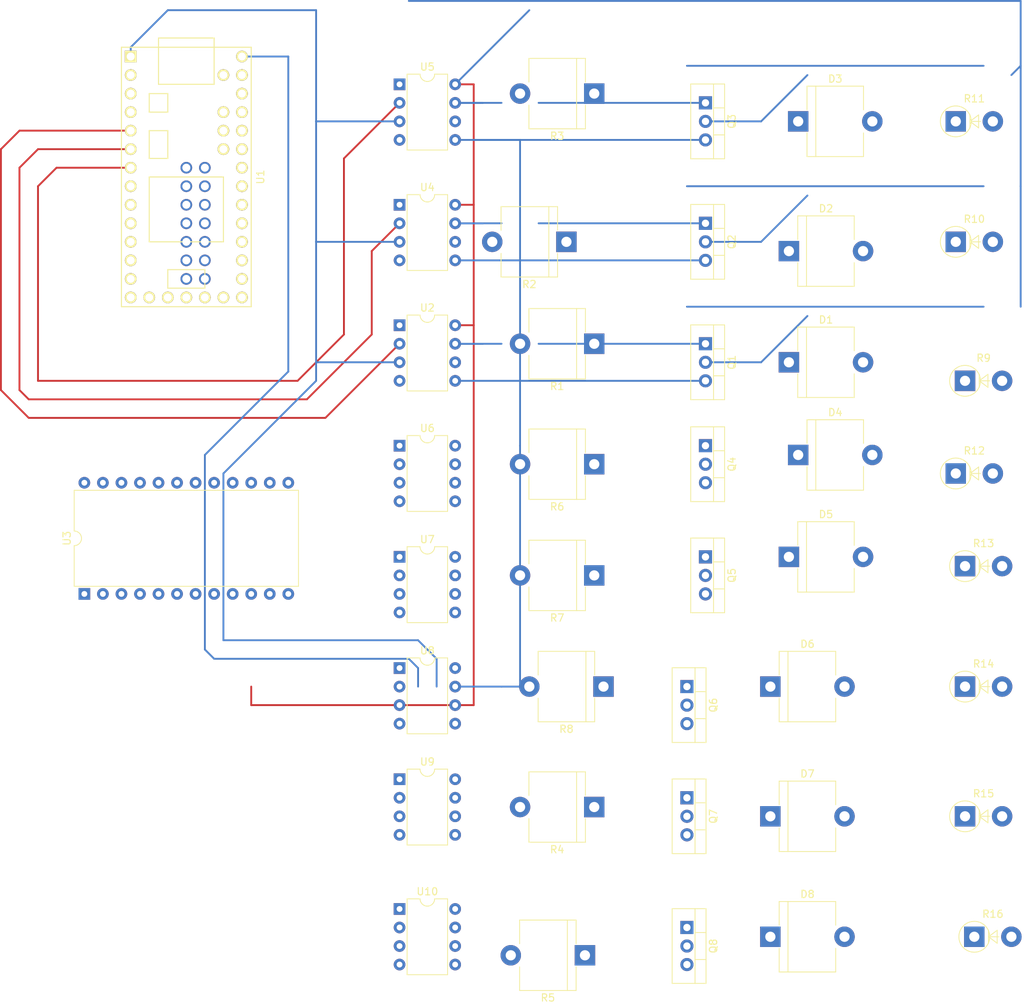
<source format=kicad_pcb>
(kicad_pcb (version 4) (host pcbnew "(2017-02-01 revision d1f8dbb)-4.0")

  (general
    (links 89)
    (no_connects 75)
    (area 0 0 0 0)
    (thickness 1.6)
    (drawings 0)
    (tracks 92)
    (zones 0)
    (modules 42)
    (nets 37)
  )

  (page A3)
  (layers
    (0 F.Cu signal)
    (31 B.Cu signal)
    (32 B.Adhes user)
    (33 F.Adhes user)
    (34 B.Paste user)
    (35 F.Paste user)
    (36 B.SilkS user)
    (37 F.SilkS user)
    (38 B.Mask user)
    (39 F.Mask user)
    (40 Dwgs.User user)
    (41 Cmts.User user)
    (42 Eco1.User user)
    (43 Eco2.User user)
    (44 Edge.Cuts user)
  )

  (setup
    (last_trace_width 0.254)
    (trace_clearance 0.254)
    (zone_clearance 0.508)
    (zone_45_only no)
    (trace_min 0.254)
    (segment_width 0.2)
    (edge_width 0.1)
    (via_size 0.889)
    (via_drill 0.635)
    (via_min_size 0.889)
    (via_min_drill 0.508)
    (uvia_size 0.508)
    (uvia_drill 0.127)
    (uvias_allowed no)
    (uvia_min_size 0.508)
    (uvia_min_drill 0.127)
    (pcb_text_width 0.3)
    (pcb_text_size 1.5 1.5)
    (mod_edge_width 0.15)
    (mod_text_size 1 1)
    (mod_text_width 0.15)
    (pad_size 1.5 1.5)
    (pad_drill 0.6)
    (pad_to_mask_clearance 0)
    (aux_axis_origin 0 0)
    (visible_elements FFFFFFBF)
    (pcbplotparams
      (layerselection 0x00030_80000001)
      (usegerberextensions true)
      (excludeedgelayer true)
      (linewidth 0.150000)
      (plotframeref false)
      (viasonmask false)
      (mode 1)
      (useauxorigin false)
      (hpglpennumber 1)
      (hpglpenspeed 20)
      (hpglpendiameter 15)
      (hpglpenoverlay 2)
      (psnegative false)
      (psa4output false)
      (plotreference true)
      (plotvalue true)
      (plotinvisibletext false)
      (padsonsilk false)
      (subtractmaskfromsilk false)
      (outputformat 1)
      (mirror false)
      (drillshape 1)
      (scaleselection 1)
      (outputdirectory ""))
  )

  (net 0 "")
  (net 1 GND)
  (net 2 "Net-(Q1-Pad1)")
  (net 3 "Net-(R1-Pad2)")
  (net 4 "Net-(U1-Pad33)")
  (net 5 "Net-(Q2-Pad1)")
  (net 6 "Net-(Q3-Pad1)")
  (net 7 "Net-(R3-Pad2)")
  (net 8 "Net-(R4-Pad2)")
  (net 9 +24V)
  (net 10 "Net-(D1-Pad2)")
  (net 11 "Net-(D2-Pad2)")
  (net 12 "Net-(D3-Pad2)")
  (net 13 "Net-(D4-Pad2)")
  (net 14 "Net-(D5-Pad2)")
  (net 15 "Net-(D6-Pad2)")
  (net 16 "Net-(D7-Pad2)")
  (net 17 "Net-(D8-Pad2)")
  (net 18 "Net-(Q4-Pad1)")
  (net 19 "Net-(Q5-Pad1)")
  (net 20 "Net-(Q6-Pad1)")
  (net 21 "Net-(Q7-Pad1)")
  (net 22 "Net-(Q8-Pad1)")
  (net 23 "Net-(R2-Pad2)")
  (net 24 "Net-(R5-Pad2)")
  (net 25 "Net-(R6-Pad2)")
  (net 26 "Net-(R7-Pad2)")
  (net 27 "Net-(R8-Pad2)")
  (net 28 /Sheet58E8F73D/chanel8)
  (net 29 /Sheet58E8F73D/chanel7)
  (net 30 /Sheet58E8F73D/chanel6)
  (net 31 /Sheet58E8F73D/changel5)
  (net 32 /Sheet58E8F73D/chanel4)
  (net 33 /Sheet58E8F73D/chanel3)
  (net 34 /Sheet58E8F73D/chanel2)
  (net 35 /Sheet58E8F73D/chanel1)
  (net 36 /Sheet58E8F73D/cleanGND)

  (net_class Default "This is the default net class."
    (clearance 0.254)
    (trace_width 0.254)
    (via_dia 0.889)
    (via_drill 0.635)
    (uvia_dia 0.508)
    (uvia_drill 0.127)
    (add_net +24V)
    (add_net /Sheet58E8F73D/chanel1)
    (add_net /Sheet58E8F73D/chanel2)
    (add_net /Sheet58E8F73D/chanel3)
    (add_net /Sheet58E8F73D/chanel4)
    (add_net /Sheet58E8F73D/chanel6)
    (add_net /Sheet58E8F73D/chanel7)
    (add_net /Sheet58E8F73D/chanel8)
    (add_net /Sheet58E8F73D/changel5)
    (add_net /Sheet58E8F73D/cleanGND)
    (add_net GND)
    (add_net "Net-(D1-Pad2)")
    (add_net "Net-(D2-Pad2)")
    (add_net "Net-(D3-Pad2)")
    (add_net "Net-(D4-Pad2)")
    (add_net "Net-(D5-Pad2)")
    (add_net "Net-(D6-Pad2)")
    (add_net "Net-(D7-Pad2)")
    (add_net "Net-(D8-Pad2)")
    (add_net "Net-(Q1-Pad1)")
    (add_net "Net-(Q2-Pad1)")
    (add_net "Net-(Q3-Pad1)")
    (add_net "Net-(Q4-Pad1)")
    (add_net "Net-(Q5-Pad1)")
    (add_net "Net-(Q6-Pad1)")
    (add_net "Net-(Q7-Pad1)")
    (add_net "Net-(Q8-Pad1)")
    (add_net "Net-(R1-Pad2)")
    (add_net "Net-(R2-Pad2)")
    (add_net "Net-(R3-Pad2)")
    (add_net "Net-(R4-Pad2)")
    (add_net "Net-(R5-Pad2)")
    (add_net "Net-(R6-Pad2)")
    (add_net "Net-(R7-Pad2)")
    (add_net "Net-(R8-Pad2)")
    (add_net "Net-(U1-Pad33)")
  )

  (module Housings_DIP:DIP-24_W15.24mm (layer F.Cu) (tedit 58CC8E2E) (tstamp 58E8E002)
    (at 35.56 128.27 90)
    (descr "24-lead dip package, row spacing 15.24 mm (600 mils)")
    (tags "DIL DIP PDIP 2.54mm 15.24mm 600mil")
    (path /58E8E69D)
    (fp_text reference U3 (at 7.62 -2.39 90) (layer F.SilkS)
      (effects (font (size 1 1) (thickness 0.15)))
    )
    (fp_text value TRACO_TEL_DCDC (at 7.62 30.33 90) (layer F.Fab)
      (effects (font (size 1 1) (thickness 0.15)))
    )
    (fp_text user %R (at 7.62 13.97 90) (layer F.Fab)
      (effects (font (size 1 1) (thickness 0.15)))
    )
    (fp_line (start 1.255 -1.27) (end 14.985 -1.27) (layer F.Fab) (width 0.1))
    (fp_line (start 14.985 -1.27) (end 14.985 29.21) (layer F.Fab) (width 0.1))
    (fp_line (start 14.985 29.21) (end 0.255 29.21) (layer F.Fab) (width 0.1))
    (fp_line (start 0.255 29.21) (end 0.255 -0.27) (layer F.Fab) (width 0.1))
    (fp_line (start 0.255 -0.27) (end 1.255 -1.27) (layer F.Fab) (width 0.1))
    (fp_line (start 6.62 -1.39) (end 1.04 -1.39) (layer F.SilkS) (width 0.12))
    (fp_line (start 1.04 -1.39) (end 1.04 29.33) (layer F.SilkS) (width 0.12))
    (fp_line (start 1.04 29.33) (end 14.2 29.33) (layer F.SilkS) (width 0.12))
    (fp_line (start 14.2 29.33) (end 14.2 -1.39) (layer F.SilkS) (width 0.12))
    (fp_line (start 14.2 -1.39) (end 8.62 -1.39) (layer F.SilkS) (width 0.12))
    (fp_line (start -1.1 -1.6) (end -1.1 29.5) (layer F.CrtYd) (width 0.05))
    (fp_line (start -1.1 29.5) (end 16.3 29.5) (layer F.CrtYd) (width 0.05))
    (fp_line (start 16.3 29.5) (end 16.3 -1.6) (layer F.CrtYd) (width 0.05))
    (fp_line (start 16.3 -1.6) (end -1.1 -1.6) (layer F.CrtYd) (width 0.05))
    (fp_arc (start 7.62 -1.39) (end 6.62 -1.39) (angle -180) (layer F.SilkS) (width 0.12))
    (pad 1 thru_hole rect (at 0 0 90) (size 1.6 1.6) (drill 0.8) (layers *.Cu *.Mask)
      (net 4 "Net-(U1-Pad33)"))
    (pad 13 thru_hole oval (at 15.24 27.94 90) (size 1.6 1.6) (drill 0.8) (layers *.Cu *.Mask))
    (pad 2 thru_hole oval (at 0 2.54 90) (size 1.6 1.6) (drill 0.8) (layers *.Cu *.Mask))
    (pad 14 thru_hole oval (at 15.24 25.4 90) (size 1.6 1.6) (drill 0.8) (layers *.Cu *.Mask))
    (pad 3 thru_hole oval (at 0 5.08 90) (size 1.6 1.6) (drill 0.8) (layers *.Cu *.Mask))
    (pad 15 thru_hole oval (at 15.24 22.86 90) (size 1.6 1.6) (drill 0.8) (layers *.Cu *.Mask))
    (pad 4 thru_hole oval (at 0 7.62 90) (size 1.6 1.6) (drill 0.8) (layers *.Cu *.Mask))
    (pad 16 thru_hole oval (at 15.24 20.32 90) (size 1.6 1.6) (drill 0.8) (layers *.Cu *.Mask))
    (pad 5 thru_hole oval (at 0 10.16 90) (size 1.6 1.6) (drill 0.8) (layers *.Cu *.Mask))
    (pad 17 thru_hole oval (at 15.24 17.78 90) (size 1.6 1.6) (drill 0.8) (layers *.Cu *.Mask))
    (pad 6 thru_hole oval (at 0 12.7 90) (size 1.6 1.6) (drill 0.8) (layers *.Cu *.Mask))
    (pad 18 thru_hole oval (at 15.24 15.24 90) (size 1.6 1.6) (drill 0.8) (layers *.Cu *.Mask))
    (pad 7 thru_hole oval (at 0 15.24 90) (size 1.6 1.6) (drill 0.8) (layers *.Cu *.Mask))
    (pad 19 thru_hole oval (at 15.24 12.7 90) (size 1.6 1.6) (drill 0.8) (layers *.Cu *.Mask))
    (pad 8 thru_hole oval (at 0 17.78 90) (size 1.6 1.6) (drill 0.8) (layers *.Cu *.Mask))
    (pad 20 thru_hole oval (at 15.24 10.16 90) (size 1.6 1.6) (drill 0.8) (layers *.Cu *.Mask))
    (pad 9 thru_hole oval (at 0 20.32 90) (size 1.6 1.6) (drill 0.8) (layers *.Cu *.Mask))
    (pad 21 thru_hole oval (at 15.24 7.62 90) (size 1.6 1.6) (drill 0.8) (layers *.Cu *.Mask))
    (pad 10 thru_hole oval (at 0 22.86 90) (size 1.6 1.6) (drill 0.8) (layers *.Cu *.Mask)
      (net 9 +24V))
    (pad 22 thru_hole oval (at 15.24 5.08 90) (size 1.6 1.6) (drill 0.8) (layers *.Cu *.Mask))
    (pad 11 thru_hole oval (at 0 25.4 90) (size 1.6 1.6) (drill 0.8) (layers *.Cu *.Mask)
      (net 1 GND))
    (pad 23 thru_hole oval (at 15.24 2.54 90) (size 1.6 1.6) (drill 0.8) (layers *.Cu *.Mask))
    (pad 12 thru_hole oval (at 0 27.94 90) (size 1.6 1.6) (drill 0.8) (layers *.Cu *.Mask)
      (net 36 /Sheet58E8F73D/cleanGND))
    (pad 24 thru_hole oval (at 15.24 0 90) (size 1.6 1.6) (drill 0.8) (layers *.Cu *.Mask))
    (model Housings_DIP.3dshapes/DIP-24_W15.24mm.wrl
      (at (xyz 0 0 0))
      (scale (xyz 1 1 1))
      (rotate (xyz 0 0 0))
    )
  )

  (module Housings_DIP:DIP-8_W7.62mm (layer F.Cu) (tedit 58CC8E33) (tstamp 58E8DF0D)
    (at 78.74 91.44)
    (descr "8-lead dip package, row spacing 7.62 mm (300 mils)")
    (tags "DIL DIP PDIP 2.54mm 7.62mm 300mil")
    (path /58E8F73E/58E9068A)
    (fp_text reference U2 (at 3.81 -2.39) (layer F.SilkS)
      (effects (font (size 1 1) (thickness 0.15)))
    )
    (fp_text value HCPL3120 (at 3.81 10.01) (layer F.Fab)
      (effects (font (size 1 1) (thickness 0.15)))
    )
    (fp_text user %R (at 3.81 3.81) (layer F.Fab)
      (effects (font (size 1 1) (thickness 0.15)))
    )
    (fp_line (start 1.635 -1.27) (end 6.985 -1.27) (layer F.Fab) (width 0.1))
    (fp_line (start 6.985 -1.27) (end 6.985 8.89) (layer F.Fab) (width 0.1))
    (fp_line (start 6.985 8.89) (end 0.635 8.89) (layer F.Fab) (width 0.1))
    (fp_line (start 0.635 8.89) (end 0.635 -0.27) (layer F.Fab) (width 0.1))
    (fp_line (start 0.635 -0.27) (end 1.635 -1.27) (layer F.Fab) (width 0.1))
    (fp_line (start 2.81 -1.39) (end 1.04 -1.39) (layer F.SilkS) (width 0.12))
    (fp_line (start 1.04 -1.39) (end 1.04 9.01) (layer F.SilkS) (width 0.12))
    (fp_line (start 1.04 9.01) (end 6.58 9.01) (layer F.SilkS) (width 0.12))
    (fp_line (start 6.58 9.01) (end 6.58 -1.39) (layer F.SilkS) (width 0.12))
    (fp_line (start 6.58 -1.39) (end 4.81 -1.39) (layer F.SilkS) (width 0.12))
    (fp_line (start -1.1 -1.6) (end -1.1 9.2) (layer F.CrtYd) (width 0.05))
    (fp_line (start -1.1 9.2) (end 8.7 9.2) (layer F.CrtYd) (width 0.05))
    (fp_line (start 8.7 9.2) (end 8.7 -1.6) (layer F.CrtYd) (width 0.05))
    (fp_line (start 8.7 -1.6) (end -1.1 -1.6) (layer F.CrtYd) (width 0.05))
    (fp_arc (start 3.81 -1.39) (end 2.81 -1.39) (angle -180) (layer F.SilkS) (width 0.12))
    (pad 1 thru_hole rect (at 0 0) (size 1.6 1.6) (drill 0.8) (layers *.Cu *.Mask))
    (pad 5 thru_hole oval (at 7.62 7.62) (size 1.6 1.6) (drill 0.8) (layers *.Cu *.Mask)
      (net 1 GND))
    (pad 2 thru_hole oval (at 0 2.54) (size 1.6 1.6) (drill 0.8) (layers *.Cu *.Mask)
      (net 35 /Sheet58E8F73D/chanel1))
    (pad 6 thru_hole oval (at 7.62 5.08) (size 1.6 1.6) (drill 0.8) (layers *.Cu *.Mask))
    (pad 3 thru_hole oval (at 0 5.08) (size 1.6 1.6) (drill 0.8) (layers *.Cu *.Mask)
      (net 36 /Sheet58E8F73D/cleanGND))
    (pad 7 thru_hole oval (at 7.62 2.54) (size 1.6 1.6) (drill 0.8) (layers *.Cu *.Mask)
      (net 3 "Net-(R1-Pad2)"))
    (pad 4 thru_hole oval (at 0 7.62) (size 1.6 1.6) (drill 0.8) (layers *.Cu *.Mask))
    (pad 8 thru_hole oval (at 7.62 0) (size 1.6 1.6) (drill 0.8) (layers *.Cu *.Mask)
      (net 9 +24V))
    (model Housings_DIP.3dshapes/DIP-8_W7.62mm.wrl
      (at (xyz 0 0 0))
      (scale (xyz 1 1 1))
      (rotate (xyz 0 0 0))
    )
  )

  (module Teensy:Teensy30_31_32_LC (layer F.Cu) (tedit 581B9EAD) (tstamp 58E8DFCC)
    (at 49.53 71.12 270)
    (path /58E80BBA)
    (fp_text reference U1 (at 0 -10.16 270) (layer F.SilkS)
      (effects (font (size 1 1) (thickness 0.15)))
    )
    (fp_text value TEENSY3.1 (at 0 10.16 270) (layer F.Fab)
      (effects (font (size 1 1) (thickness 0.15)))
    )
    (fp_line (start -17.78 3.81) (end -19.05 3.81) (layer F.SilkS) (width 0.15))
    (fp_line (start -19.05 3.81) (end -19.05 -3.81) (layer F.SilkS) (width 0.15))
    (fp_line (start -19.05 -3.81) (end -17.78 -3.81) (layer F.SilkS) (width 0.15))
    (fp_line (start -6.35 5.08) (end -2.54 5.08) (layer F.SilkS) (width 0.15))
    (fp_line (start -2.54 5.08) (end -2.54 2.54) (layer F.SilkS) (width 0.15))
    (fp_line (start -2.54 2.54) (end -6.35 2.54) (layer F.SilkS) (width 0.15))
    (fp_line (start -6.35 2.54) (end -6.35 5.08) (layer F.SilkS) (width 0.15))
    (fp_line (start -12.7 3.81) (end -12.7 -3.81) (layer F.SilkS) (width 0.15))
    (fp_line (start -12.7 -3.81) (end -17.78 -3.81) (layer F.SilkS) (width 0.15))
    (fp_line (start -12.7 3.81) (end -17.78 3.81) (layer F.SilkS) (width 0.15))
    (fp_line (start -11.43 5.08) (end -8.89 5.08) (layer F.SilkS) (width 0.15))
    (fp_line (start -8.89 5.08) (end -8.89 2.54) (layer F.SilkS) (width 0.15))
    (fp_line (start -8.89 2.54) (end -11.43 2.54) (layer F.SilkS) (width 0.15))
    (fp_line (start -11.43 2.54) (end -11.43 5.08) (layer F.SilkS) (width 0.15))
    (fp_line (start 15.24 -2.54) (end 15.24 2.54) (layer F.SilkS) (width 0.15))
    (fp_line (start 15.24 2.54) (end 12.7 2.54) (layer F.SilkS) (width 0.15))
    (fp_line (start 12.7 2.54) (end 12.7 -2.54) (layer F.SilkS) (width 0.15))
    (fp_line (start 12.7 -2.54) (end 15.24 -2.54) (layer F.SilkS) (width 0.15))
    (fp_line (start 8.89 5.08) (end 8.89 -5.08) (layer F.SilkS) (width 0.15))
    (fp_line (start 0 -5.08) (end 0 5.08) (layer F.SilkS) (width 0.15))
    (fp_line (start 8.89 -5.08) (end 0 -5.08) (layer F.SilkS) (width 0.15))
    (fp_line (start 8.89 5.08) (end 0 5.08) (layer F.SilkS) (width 0.15))
    (fp_line (start -17.78 -8.89) (end 17.78 -8.89) (layer F.SilkS) (width 0.15))
    (fp_line (start 17.78 -8.89) (end 17.78 8.89) (layer F.SilkS) (width 0.15))
    (fp_line (start 17.78 8.89) (end -17.78 8.89) (layer F.SilkS) (width 0.15))
    (fp_line (start -17.78 8.89) (end -17.78 -8.89) (layer F.SilkS) (width 0.15))
    (pad 17 thru_hole circle (at 16.51 0 270) (size 1.6 1.6) (drill 1.1) (layers *.Cu *.Mask F.SilkS))
    (pad 18 thru_hole circle (at 16.51 -2.54 270) (size 1.6 1.6) (drill 1.1) (layers *.Cu *.Mask F.SilkS))
    (pad 19 thru_hole circle (at 16.51 -5.08 270) (size 1.6 1.6) (drill 1.1) (layers *.Cu *.Mask F.SilkS))
    (pad 20 thru_hole circle (at 16.51 -7.62 270) (size 1.6 1.6) (drill 1.1) (layers *.Cu *.Mask F.SilkS))
    (pad 16 thru_hole circle (at 16.51 2.54 270) (size 1.6 1.6) (drill 1.1) (layers *.Cu *.Mask F.SilkS))
    (pad 15 thru_hole circle (at 16.51 5.08 270) (size 1.6 1.6) (drill 1.1) (layers *.Cu *.Mask F.SilkS))
    (pad 14 thru_hole circle (at 16.51 7.62 270) (size 1.6 1.6) (drill 1.1) (layers *.Cu *.Mask F.SilkS))
    (pad 21 thru_hole circle (at 13.97 -7.62 270) (size 1.6 1.6) (drill 1.1) (layers *.Cu *.Mask F.SilkS))
    (pad 22 thru_hole circle (at 11.43 -7.62 270) (size 1.6 1.6) (drill 1.1) (layers *.Cu *.Mask F.SilkS))
    (pad 23 thru_hole circle (at 8.89 -7.62 270) (size 1.6 1.6) (drill 1.1) (layers *.Cu *.Mask F.SilkS))
    (pad 24 thru_hole circle (at 6.35 -7.62 270) (size 1.6 1.6) (drill 1.1) (layers *.Cu *.Mask F.SilkS))
    (pad 25 thru_hole circle (at 3.81 -7.62 270) (size 1.6 1.6) (drill 1.1) (layers *.Cu *.Mask F.SilkS))
    (pad 26 thru_hole circle (at 1.27 -7.62 270) (size 1.6 1.6) (drill 1.1) (layers *.Cu *.Mask F.SilkS))
    (pad 27 thru_hole circle (at -1.27 -7.62 270) (size 1.6 1.6) (drill 1.1) (layers *.Cu *.Mask F.SilkS)
      (net 28 /Sheet58E8F73D/chanel8))
    (pad 28 thru_hole circle (at -3.81 -7.62 270) (size 1.6 1.6) (drill 1.1) (layers *.Cu *.Mask F.SilkS)
      (net 29 /Sheet58E8F73D/chanel7))
    (pad 29 thru_hole circle (at -6.35 -7.62 270) (size 1.6 1.6) (drill 1.1) (layers *.Cu *.Mask F.SilkS)
      (net 30 /Sheet58E8F73D/chanel6))
    (pad 30 thru_hole circle (at -8.89 -7.62 270) (size 1.6 1.6) (drill 1.1) (layers *.Cu *.Mask F.SilkS)
      (net 31 /Sheet58E8F73D/changel5))
    (pad 31 thru_hole circle (at -11.43 -7.62 270) (size 1.6 1.6) (drill 1.1) (layers *.Cu *.Mask F.SilkS))
    (pad 32 thru_hole circle (at -13.97 -7.62 270) (size 1.6 1.6) (drill 1.1) (layers *.Cu *.Mask F.SilkS))
    (pad 33 thru_hole circle (at -16.51 -7.62 270) (size 1.6 1.6) (drill 1.1) (layers *.Cu *.Mask F.SilkS)
      (net 4 "Net-(U1-Pad33)"))
    (pad 34 thru_hole circle (at -13.97 -5.08 270) (size 1.6 1.6) (drill 1.1) (layers *.Cu *.Mask F.SilkS))
    (pad 35 thru_hole circle (at -8.89 -5.08 270) (size 1.6 1.6) (drill 1.1) (layers *.Cu *.Mask F.SilkS))
    (pad 36 thru_hole circle (at -6.35 -5.08 270) (size 1.6 1.6) (drill 1.1) (layers *.Cu *.Mask F.SilkS))
    (pad 37 thru_hole circle (at -3.81 -5.08 270) (size 1.6 1.6) (drill 1.1) (layers *.Cu *.Mask F.SilkS))
    (pad 13 thru_hole circle (at 13.97 7.62 270) (size 1.6 1.6) (drill 1.1) (layers *.Cu *.Mask F.SilkS))
    (pad 12 thru_hole circle (at 11.43 7.62 270) (size 1.6 1.6) (drill 1.1) (layers *.Cu *.Mask F.SilkS))
    (pad 11 thru_hole circle (at 8.89 7.62 270) (size 1.6 1.6) (drill 1.1) (layers *.Cu *.Mask F.SilkS))
    (pad 10 thru_hole circle (at 6.35 7.62 270) (size 1.6 1.6) (drill 1.1) (layers *.Cu *.Mask F.SilkS))
    (pad 9 thru_hole circle (at 3.81 7.62 270) (size 1.6 1.6) (drill 1.1) (layers *.Cu *.Mask F.SilkS))
    (pad 8 thru_hole circle (at 1.27 7.62 270) (size 1.6 1.6) (drill 1.1) (layers *.Cu *.Mask F.SilkS)
      (net 32 /Sheet58E8F73D/chanel4))
    (pad 7 thru_hole circle (at -1.27 7.62 270) (size 1.6 1.6) (drill 1.1) (layers *.Cu *.Mask F.SilkS)
      (net 33 /Sheet58E8F73D/chanel3))
    (pad 6 thru_hole circle (at -3.81 7.62 270) (size 1.6 1.6) (drill 1.1) (layers *.Cu *.Mask F.SilkS)
      (net 34 /Sheet58E8F73D/chanel2))
    (pad 5 thru_hole circle (at -6.35 7.62 270) (size 1.6 1.6) (drill 1.1) (layers *.Cu *.Mask F.SilkS)
      (net 35 /Sheet58E8F73D/chanel1))
    (pad 4 thru_hole circle (at -8.89 7.62 270) (size 1.6 1.6) (drill 1.1) (layers *.Cu *.Mask F.SilkS))
    (pad 3 thru_hole circle (at -11.43 7.62 270) (size 1.6 1.6) (drill 1.1) (layers *.Cu *.Mask F.SilkS))
    (pad 2 thru_hole circle (at -13.97 7.62 270) (size 1.6 1.6) (drill 1.1) (layers *.Cu *.Mask F.SilkS))
    (pad 1 thru_hole rect (at -16.51 7.62 270) (size 1.6 1.6) (drill 1.1) (layers *.Cu *.Mask F.SilkS)
      (net 36 /Sheet58E8F73D/cleanGND))
    (pad 38 thru_hole circle (at -1.27 0 270) (size 1.6 1.6) (drill 1.1) (layers *.Cu *.Mask))
    (pad 39 thru_hole circle (at 1.27 0 270) (size 1.6 1.6) (drill 1.1) (layers *.Cu *.Mask))
    (pad 40 thru_hole circle (at 3.81 0 270) (size 1.6 1.6) (drill 1.1) (layers *.Cu *.Mask))
    (pad 41 thru_hole circle (at 6.35 0 270) (size 1.6 1.6) (drill 1.1) (layers *.Cu *.Mask))
    (pad 42 thru_hole circle (at 8.89 0 270) (size 1.6 1.6) (drill 1.1) (layers *.Cu *.Mask))
    (pad 43 thru_hole circle (at 11.43 0 270) (size 1.6 1.6) (drill 1.1) (layers *.Cu *.Mask))
    (pad 44 thru_hole circle (at 13.97 0 270) (size 1.6 1.6) (drill 1.1) (layers *.Cu *.Mask))
    (pad 45 thru_hole circle (at 13.97 -2.54 270) (size 1.6 1.6) (drill 1.1) (layers *.Cu *.Mask))
    (pad 46 thru_hole circle (at 11.43 -2.54 270) (size 1.6 1.6) (drill 1.1) (layers *.Cu *.Mask))
    (pad 47 thru_hole circle (at 8.89 -2.54 270) (size 1.6 1.6) (drill 1.1) (layers *.Cu *.Mask))
    (pad 48 thru_hole circle (at 6.35 -2.54 270) (size 1.6 1.6) (drill 1.1) (layers *.Cu *.Mask))
    (pad 49 thru_hole circle (at 3.81 -2.54 270) (size 1.6 1.6) (drill 1.1) (layers *.Cu *.Mask))
    (pad 50 thru_hole circle (at 1.27 -2.54 270) (size 1.6 1.6) (drill 1.1) (layers *.Cu *.Mask))
    (pad 51 thru_hole circle (at -1.27 -2.54 270) (size 1.6 1.6) (drill 1.1) (layers *.Cu *.Mask))
  )

  (module Housings_DIP:DIP-8_W7.62mm (layer F.Cu) (tedit 58CC8E33) (tstamp 58E8E6AA)
    (at 78.74 74.93)
    (descr "8-lead dip package, row spacing 7.62 mm (300 mils)")
    (tags "DIL DIP PDIP 2.54mm 7.62mm 300mil")
    (path /58E8F73E/58E90735)
    (fp_text reference U4 (at 3.81 -2.39) (layer F.SilkS)
      (effects (font (size 1 1) (thickness 0.15)))
    )
    (fp_text value HCPL3120 (at 3.81 10.01) (layer F.Fab)
      (effects (font (size 1 1) (thickness 0.15)))
    )
    (fp_text user %R (at 3.81 3.81) (layer F.Fab)
      (effects (font (size 1 1) (thickness 0.15)))
    )
    (fp_line (start 1.635 -1.27) (end 6.985 -1.27) (layer F.Fab) (width 0.1))
    (fp_line (start 6.985 -1.27) (end 6.985 8.89) (layer F.Fab) (width 0.1))
    (fp_line (start 6.985 8.89) (end 0.635 8.89) (layer F.Fab) (width 0.1))
    (fp_line (start 0.635 8.89) (end 0.635 -0.27) (layer F.Fab) (width 0.1))
    (fp_line (start 0.635 -0.27) (end 1.635 -1.27) (layer F.Fab) (width 0.1))
    (fp_line (start 2.81 -1.39) (end 1.04 -1.39) (layer F.SilkS) (width 0.12))
    (fp_line (start 1.04 -1.39) (end 1.04 9.01) (layer F.SilkS) (width 0.12))
    (fp_line (start 1.04 9.01) (end 6.58 9.01) (layer F.SilkS) (width 0.12))
    (fp_line (start 6.58 9.01) (end 6.58 -1.39) (layer F.SilkS) (width 0.12))
    (fp_line (start 6.58 -1.39) (end 4.81 -1.39) (layer F.SilkS) (width 0.12))
    (fp_line (start -1.1 -1.6) (end -1.1 9.2) (layer F.CrtYd) (width 0.05))
    (fp_line (start -1.1 9.2) (end 8.7 9.2) (layer F.CrtYd) (width 0.05))
    (fp_line (start 8.7 9.2) (end 8.7 -1.6) (layer F.CrtYd) (width 0.05))
    (fp_line (start 8.7 -1.6) (end -1.1 -1.6) (layer F.CrtYd) (width 0.05))
    (fp_arc (start 3.81 -1.39) (end 2.81 -1.39) (angle -180) (layer F.SilkS) (width 0.12))
    (pad 1 thru_hole rect (at 0 0) (size 1.6 1.6) (drill 0.8) (layers *.Cu *.Mask))
    (pad 5 thru_hole oval (at 7.62 7.62) (size 1.6 1.6) (drill 0.8) (layers *.Cu *.Mask)
      (net 1 GND))
    (pad 2 thru_hole oval (at 0 2.54) (size 1.6 1.6) (drill 0.8) (layers *.Cu *.Mask)
      (net 34 /Sheet58E8F73D/chanel2))
    (pad 6 thru_hole oval (at 7.62 5.08) (size 1.6 1.6) (drill 0.8) (layers *.Cu *.Mask))
    (pad 3 thru_hole oval (at 0 5.08) (size 1.6 1.6) (drill 0.8) (layers *.Cu *.Mask)
      (net 36 /Sheet58E8F73D/cleanGND))
    (pad 7 thru_hole oval (at 7.62 2.54) (size 1.6 1.6) (drill 0.8) (layers *.Cu *.Mask)
      (net 23 "Net-(R2-Pad2)"))
    (pad 4 thru_hole oval (at 0 7.62) (size 1.6 1.6) (drill 0.8) (layers *.Cu *.Mask))
    (pad 8 thru_hole oval (at 7.62 0) (size 1.6 1.6) (drill 0.8) (layers *.Cu *.Mask)
      (net 9 +24V))
    (model Housings_DIP.3dshapes/DIP-8_W7.62mm.wrl
      (at (xyz 0 0 0))
      (scale (xyz 1 1 1))
      (rotate (xyz 0 0 0))
    )
  )

  (module Housings_DIP:DIP-8_W7.62mm (layer F.Cu) (tedit 58CC8E33) (tstamp 58E8E6B6)
    (at 78.74 58.42)
    (descr "8-lead dip package, row spacing 7.62 mm (300 mils)")
    (tags "DIL DIP PDIP 2.54mm 7.62mm 300mil")
    (path /58E8F73E/58E907B0)
    (fp_text reference U5 (at 3.81 -2.39) (layer F.SilkS)
      (effects (font (size 1 1) (thickness 0.15)))
    )
    (fp_text value HCPL3120 (at 3.81 10.01) (layer F.Fab)
      (effects (font (size 1 1) (thickness 0.15)))
    )
    (fp_text user %R (at 3.81 3.81) (layer F.Fab)
      (effects (font (size 1 1) (thickness 0.15)))
    )
    (fp_line (start 1.635 -1.27) (end 6.985 -1.27) (layer F.Fab) (width 0.1))
    (fp_line (start 6.985 -1.27) (end 6.985 8.89) (layer F.Fab) (width 0.1))
    (fp_line (start 6.985 8.89) (end 0.635 8.89) (layer F.Fab) (width 0.1))
    (fp_line (start 0.635 8.89) (end 0.635 -0.27) (layer F.Fab) (width 0.1))
    (fp_line (start 0.635 -0.27) (end 1.635 -1.27) (layer F.Fab) (width 0.1))
    (fp_line (start 2.81 -1.39) (end 1.04 -1.39) (layer F.SilkS) (width 0.12))
    (fp_line (start 1.04 -1.39) (end 1.04 9.01) (layer F.SilkS) (width 0.12))
    (fp_line (start 1.04 9.01) (end 6.58 9.01) (layer F.SilkS) (width 0.12))
    (fp_line (start 6.58 9.01) (end 6.58 -1.39) (layer F.SilkS) (width 0.12))
    (fp_line (start 6.58 -1.39) (end 4.81 -1.39) (layer F.SilkS) (width 0.12))
    (fp_line (start -1.1 -1.6) (end -1.1 9.2) (layer F.CrtYd) (width 0.05))
    (fp_line (start -1.1 9.2) (end 8.7 9.2) (layer F.CrtYd) (width 0.05))
    (fp_line (start 8.7 9.2) (end 8.7 -1.6) (layer F.CrtYd) (width 0.05))
    (fp_line (start 8.7 -1.6) (end -1.1 -1.6) (layer F.CrtYd) (width 0.05))
    (fp_arc (start 3.81 -1.39) (end 2.81 -1.39) (angle -180) (layer F.SilkS) (width 0.12))
    (pad 1 thru_hole rect (at 0 0) (size 1.6 1.6) (drill 0.8) (layers *.Cu *.Mask))
    (pad 5 thru_hole oval (at 7.62 7.62) (size 1.6 1.6) (drill 0.8) (layers *.Cu *.Mask)
      (net 1 GND))
    (pad 2 thru_hole oval (at 0 2.54) (size 1.6 1.6) (drill 0.8) (layers *.Cu *.Mask)
      (net 33 /Sheet58E8F73D/chanel3))
    (pad 6 thru_hole oval (at 7.62 5.08) (size 1.6 1.6) (drill 0.8) (layers *.Cu *.Mask))
    (pad 3 thru_hole oval (at 0 5.08) (size 1.6 1.6) (drill 0.8) (layers *.Cu *.Mask)
      (net 36 /Sheet58E8F73D/cleanGND))
    (pad 7 thru_hole oval (at 7.62 2.54) (size 1.6 1.6) (drill 0.8) (layers *.Cu *.Mask)
      (net 7 "Net-(R3-Pad2)"))
    (pad 4 thru_hole oval (at 0 7.62) (size 1.6 1.6) (drill 0.8) (layers *.Cu *.Mask))
    (pad 8 thru_hole oval (at 7.62 0) (size 1.6 1.6) (drill 0.8) (layers *.Cu *.Mask)
      (net 9 +24V))
    (model Housings_DIP.3dshapes/DIP-8_W7.62mm.wrl
      (at (xyz 0 0 0))
      (scale (xyz 1 1 1))
      (rotate (xyz 0 0 0))
    )
  )

  (module Diodes_THT:D_5KP_P10.16mm_Horizontal (layer F.Cu) (tedit 5877C982) (tstamp 58E900B6)
    (at 132.08 96.52)
    (descr "D, 5KP series, Axial, Horizontal, pin pitch=10.16mm, , length*diameter=7.62*9.53mm^2, , http://www.diodes.com/_files/packages/8686949.gif")
    (tags "D 5KP series Axial Horizontal pin pitch 10.16mm  length 7.62mm diameter 9.53mm")
    (path /58E8F73E/58E91AB8)
    (fp_text reference D1 (at 5.08 -5.825) (layer F.SilkS)
      (effects (font (size 1 1) (thickness 0.15)))
    )
    (fp_text value D (at 5.08 5.825) (layer F.Fab)
      (effects (font (size 1 1) (thickness 0.15)))
    )
    (fp_line (start 1.27 -4.765) (end 1.27 4.765) (layer F.Fab) (width 0.1))
    (fp_line (start 1.27 4.765) (end 8.89 4.765) (layer F.Fab) (width 0.1))
    (fp_line (start 8.89 4.765) (end 8.89 -4.765) (layer F.Fab) (width 0.1))
    (fp_line (start 8.89 -4.765) (end 1.27 -4.765) (layer F.Fab) (width 0.1))
    (fp_line (start 0 0) (end 1.27 0) (layer F.Fab) (width 0.1))
    (fp_line (start 10.16 0) (end 8.89 0) (layer F.Fab) (width 0.1))
    (fp_line (start 2.413 -4.765) (end 2.413 4.765) (layer F.Fab) (width 0.1))
    (fp_line (start 1.21 -1.58) (end 1.21 -4.825) (layer F.SilkS) (width 0.12))
    (fp_line (start 1.21 -4.825) (end 8.95 -4.825) (layer F.SilkS) (width 0.12))
    (fp_line (start 8.95 -4.825) (end 8.95 -1.58) (layer F.SilkS) (width 0.12))
    (fp_line (start 1.21 1.58) (end 1.21 4.825) (layer F.SilkS) (width 0.12))
    (fp_line (start 1.21 4.825) (end 8.95 4.825) (layer F.SilkS) (width 0.12))
    (fp_line (start 8.95 4.825) (end 8.95 1.58) (layer F.SilkS) (width 0.12))
    (fp_line (start 2.413 -4.825) (end 2.413 4.825) (layer F.SilkS) (width 0.12))
    (fp_line (start -1.65 -5.1) (end -1.65 5.1) (layer F.CrtYd) (width 0.05))
    (fp_line (start -1.65 5.1) (end 11.85 5.1) (layer F.CrtYd) (width 0.05))
    (fp_line (start 11.85 5.1) (end 11.85 -5.1) (layer F.CrtYd) (width 0.05))
    (fp_line (start 11.85 -5.1) (end -1.65 -5.1) (layer F.CrtYd) (width 0.05))
    (pad 1 thru_hole rect (at 0 0) (size 2.8 2.8) (drill 1.4) (layers *.Cu *.Mask)
      (net 9 +24V))
    (pad 2 thru_hole oval (at 10.16 0) (size 2.8 2.8) (drill 1.4) (layers *.Cu *.Mask)
      (net 10 "Net-(D1-Pad2)"))
    (model Diodes_THT.3dshapes/D_5KP_P10.16mm_Horizontal.wrl
      (at (xyz 0 0 0))
      (scale (xyz 0.393701 0.393701 0.393701))
      (rotate (xyz 0 0 0))
    )
  )

  (module Diodes_THT:D_5KP_P10.16mm_Horizontal (layer F.Cu) (tedit 5877C982) (tstamp 58E900BC)
    (at 132.08 81.28)
    (descr "D, 5KP series, Axial, Horizontal, pin pitch=10.16mm, , length*diameter=7.62*9.53mm^2, , http://www.diodes.com/_files/packages/8686949.gif")
    (tags "D 5KP series Axial Horizontal pin pitch 10.16mm  length 7.62mm diameter 9.53mm")
    (path /58E8F73E/58E91B5B)
    (fp_text reference D2 (at 5.08 -5.825) (layer F.SilkS)
      (effects (font (size 1 1) (thickness 0.15)))
    )
    (fp_text value D (at 5.08 5.825) (layer F.Fab)
      (effects (font (size 1 1) (thickness 0.15)))
    )
    (fp_line (start 1.27 -4.765) (end 1.27 4.765) (layer F.Fab) (width 0.1))
    (fp_line (start 1.27 4.765) (end 8.89 4.765) (layer F.Fab) (width 0.1))
    (fp_line (start 8.89 4.765) (end 8.89 -4.765) (layer F.Fab) (width 0.1))
    (fp_line (start 8.89 -4.765) (end 1.27 -4.765) (layer F.Fab) (width 0.1))
    (fp_line (start 0 0) (end 1.27 0) (layer F.Fab) (width 0.1))
    (fp_line (start 10.16 0) (end 8.89 0) (layer F.Fab) (width 0.1))
    (fp_line (start 2.413 -4.765) (end 2.413 4.765) (layer F.Fab) (width 0.1))
    (fp_line (start 1.21 -1.58) (end 1.21 -4.825) (layer F.SilkS) (width 0.12))
    (fp_line (start 1.21 -4.825) (end 8.95 -4.825) (layer F.SilkS) (width 0.12))
    (fp_line (start 8.95 -4.825) (end 8.95 -1.58) (layer F.SilkS) (width 0.12))
    (fp_line (start 1.21 1.58) (end 1.21 4.825) (layer F.SilkS) (width 0.12))
    (fp_line (start 1.21 4.825) (end 8.95 4.825) (layer F.SilkS) (width 0.12))
    (fp_line (start 8.95 4.825) (end 8.95 1.58) (layer F.SilkS) (width 0.12))
    (fp_line (start 2.413 -4.825) (end 2.413 4.825) (layer F.SilkS) (width 0.12))
    (fp_line (start -1.65 -5.1) (end -1.65 5.1) (layer F.CrtYd) (width 0.05))
    (fp_line (start -1.65 5.1) (end 11.85 5.1) (layer F.CrtYd) (width 0.05))
    (fp_line (start 11.85 5.1) (end 11.85 -5.1) (layer F.CrtYd) (width 0.05))
    (fp_line (start 11.85 -5.1) (end -1.65 -5.1) (layer F.CrtYd) (width 0.05))
    (pad 1 thru_hole rect (at 0 0) (size 2.8 2.8) (drill 1.4) (layers *.Cu *.Mask)
      (net 9 +24V))
    (pad 2 thru_hole oval (at 10.16 0) (size 2.8 2.8) (drill 1.4) (layers *.Cu *.Mask)
      (net 11 "Net-(D2-Pad2)"))
    (model Diodes_THT.3dshapes/D_5KP_P10.16mm_Horizontal.wrl
      (at (xyz 0 0 0))
      (scale (xyz 0.393701 0.393701 0.393701))
      (rotate (xyz 0 0 0))
    )
  )

  (module Diodes_THT:D_5KP_P10.16mm_Horizontal (layer F.Cu) (tedit 5877C982) (tstamp 58E900C2)
    (at 133.35 63.5)
    (descr "D, 5KP series, Axial, Horizontal, pin pitch=10.16mm, , length*diameter=7.62*9.53mm^2, , http://www.diodes.com/_files/packages/8686949.gif")
    (tags "D 5KP series Axial Horizontal pin pitch 10.16mm  length 7.62mm diameter 9.53mm")
    (path /58E8F73E/58E91B94)
    (fp_text reference D3 (at 5.08 -5.825) (layer F.SilkS)
      (effects (font (size 1 1) (thickness 0.15)))
    )
    (fp_text value D (at 5.08 5.825) (layer F.Fab)
      (effects (font (size 1 1) (thickness 0.15)))
    )
    (fp_line (start 1.27 -4.765) (end 1.27 4.765) (layer F.Fab) (width 0.1))
    (fp_line (start 1.27 4.765) (end 8.89 4.765) (layer F.Fab) (width 0.1))
    (fp_line (start 8.89 4.765) (end 8.89 -4.765) (layer F.Fab) (width 0.1))
    (fp_line (start 8.89 -4.765) (end 1.27 -4.765) (layer F.Fab) (width 0.1))
    (fp_line (start 0 0) (end 1.27 0) (layer F.Fab) (width 0.1))
    (fp_line (start 10.16 0) (end 8.89 0) (layer F.Fab) (width 0.1))
    (fp_line (start 2.413 -4.765) (end 2.413 4.765) (layer F.Fab) (width 0.1))
    (fp_line (start 1.21 -1.58) (end 1.21 -4.825) (layer F.SilkS) (width 0.12))
    (fp_line (start 1.21 -4.825) (end 8.95 -4.825) (layer F.SilkS) (width 0.12))
    (fp_line (start 8.95 -4.825) (end 8.95 -1.58) (layer F.SilkS) (width 0.12))
    (fp_line (start 1.21 1.58) (end 1.21 4.825) (layer F.SilkS) (width 0.12))
    (fp_line (start 1.21 4.825) (end 8.95 4.825) (layer F.SilkS) (width 0.12))
    (fp_line (start 8.95 4.825) (end 8.95 1.58) (layer F.SilkS) (width 0.12))
    (fp_line (start 2.413 -4.825) (end 2.413 4.825) (layer F.SilkS) (width 0.12))
    (fp_line (start -1.65 -5.1) (end -1.65 5.1) (layer F.CrtYd) (width 0.05))
    (fp_line (start -1.65 5.1) (end 11.85 5.1) (layer F.CrtYd) (width 0.05))
    (fp_line (start 11.85 5.1) (end 11.85 -5.1) (layer F.CrtYd) (width 0.05))
    (fp_line (start 11.85 -5.1) (end -1.65 -5.1) (layer F.CrtYd) (width 0.05))
    (pad 1 thru_hole rect (at 0 0) (size 2.8 2.8) (drill 1.4) (layers *.Cu *.Mask)
      (net 9 +24V))
    (pad 2 thru_hole oval (at 10.16 0) (size 2.8 2.8) (drill 1.4) (layers *.Cu *.Mask)
      (net 12 "Net-(D3-Pad2)"))
    (model Diodes_THT.3dshapes/D_5KP_P10.16mm_Horizontal.wrl
      (at (xyz 0 0 0))
      (scale (xyz 0.393701 0.393701 0.393701))
      (rotate (xyz 0 0 0))
    )
  )

  (module Diodes_THT:D_5KP_P10.16mm_Horizontal (layer F.Cu) (tedit 5877C982) (tstamp 58E900C8)
    (at 133.35 109.22)
    (descr "D, 5KP series, Axial, Horizontal, pin pitch=10.16mm, , length*diameter=7.62*9.53mm^2, , http://www.diodes.com/_files/packages/8686949.gif")
    (tags "D 5KP series Axial Horizontal pin pitch 10.16mm  length 7.62mm diameter 9.53mm")
    (path /58E8F73E/58E91BCF)
    (fp_text reference D4 (at 5.08 -5.825) (layer F.SilkS)
      (effects (font (size 1 1) (thickness 0.15)))
    )
    (fp_text value D (at 5.08 5.825) (layer F.Fab)
      (effects (font (size 1 1) (thickness 0.15)))
    )
    (fp_line (start 1.27 -4.765) (end 1.27 4.765) (layer F.Fab) (width 0.1))
    (fp_line (start 1.27 4.765) (end 8.89 4.765) (layer F.Fab) (width 0.1))
    (fp_line (start 8.89 4.765) (end 8.89 -4.765) (layer F.Fab) (width 0.1))
    (fp_line (start 8.89 -4.765) (end 1.27 -4.765) (layer F.Fab) (width 0.1))
    (fp_line (start 0 0) (end 1.27 0) (layer F.Fab) (width 0.1))
    (fp_line (start 10.16 0) (end 8.89 0) (layer F.Fab) (width 0.1))
    (fp_line (start 2.413 -4.765) (end 2.413 4.765) (layer F.Fab) (width 0.1))
    (fp_line (start 1.21 -1.58) (end 1.21 -4.825) (layer F.SilkS) (width 0.12))
    (fp_line (start 1.21 -4.825) (end 8.95 -4.825) (layer F.SilkS) (width 0.12))
    (fp_line (start 8.95 -4.825) (end 8.95 -1.58) (layer F.SilkS) (width 0.12))
    (fp_line (start 1.21 1.58) (end 1.21 4.825) (layer F.SilkS) (width 0.12))
    (fp_line (start 1.21 4.825) (end 8.95 4.825) (layer F.SilkS) (width 0.12))
    (fp_line (start 8.95 4.825) (end 8.95 1.58) (layer F.SilkS) (width 0.12))
    (fp_line (start 2.413 -4.825) (end 2.413 4.825) (layer F.SilkS) (width 0.12))
    (fp_line (start -1.65 -5.1) (end -1.65 5.1) (layer F.CrtYd) (width 0.05))
    (fp_line (start -1.65 5.1) (end 11.85 5.1) (layer F.CrtYd) (width 0.05))
    (fp_line (start 11.85 5.1) (end 11.85 -5.1) (layer F.CrtYd) (width 0.05))
    (fp_line (start 11.85 -5.1) (end -1.65 -5.1) (layer F.CrtYd) (width 0.05))
    (pad 1 thru_hole rect (at 0 0) (size 2.8 2.8) (drill 1.4) (layers *.Cu *.Mask)
      (net 9 +24V))
    (pad 2 thru_hole oval (at 10.16 0) (size 2.8 2.8) (drill 1.4) (layers *.Cu *.Mask)
      (net 13 "Net-(D4-Pad2)"))
    (model Diodes_THT.3dshapes/D_5KP_P10.16mm_Horizontal.wrl
      (at (xyz 0 0 0))
      (scale (xyz 0.393701 0.393701 0.393701))
      (rotate (xyz 0 0 0))
    )
  )

  (module Diodes_THT:D_5KP_P10.16mm_Horizontal (layer F.Cu) (tedit 5877C982) (tstamp 58E900CE)
    (at 132.08 123.19)
    (descr "D, 5KP series, Axial, Horizontal, pin pitch=10.16mm, , length*diameter=7.62*9.53mm^2, , http://www.diodes.com/_files/packages/8686949.gif")
    (tags "D 5KP series Axial Horizontal pin pitch 10.16mm  length 7.62mm diameter 9.53mm")
    (path /58E8F73E/58E91C0C)
    (fp_text reference D5 (at 5.08 -5.825) (layer F.SilkS)
      (effects (font (size 1 1) (thickness 0.15)))
    )
    (fp_text value D (at 5.08 5.825) (layer F.Fab)
      (effects (font (size 1 1) (thickness 0.15)))
    )
    (fp_line (start 1.27 -4.765) (end 1.27 4.765) (layer F.Fab) (width 0.1))
    (fp_line (start 1.27 4.765) (end 8.89 4.765) (layer F.Fab) (width 0.1))
    (fp_line (start 8.89 4.765) (end 8.89 -4.765) (layer F.Fab) (width 0.1))
    (fp_line (start 8.89 -4.765) (end 1.27 -4.765) (layer F.Fab) (width 0.1))
    (fp_line (start 0 0) (end 1.27 0) (layer F.Fab) (width 0.1))
    (fp_line (start 10.16 0) (end 8.89 0) (layer F.Fab) (width 0.1))
    (fp_line (start 2.413 -4.765) (end 2.413 4.765) (layer F.Fab) (width 0.1))
    (fp_line (start 1.21 -1.58) (end 1.21 -4.825) (layer F.SilkS) (width 0.12))
    (fp_line (start 1.21 -4.825) (end 8.95 -4.825) (layer F.SilkS) (width 0.12))
    (fp_line (start 8.95 -4.825) (end 8.95 -1.58) (layer F.SilkS) (width 0.12))
    (fp_line (start 1.21 1.58) (end 1.21 4.825) (layer F.SilkS) (width 0.12))
    (fp_line (start 1.21 4.825) (end 8.95 4.825) (layer F.SilkS) (width 0.12))
    (fp_line (start 8.95 4.825) (end 8.95 1.58) (layer F.SilkS) (width 0.12))
    (fp_line (start 2.413 -4.825) (end 2.413 4.825) (layer F.SilkS) (width 0.12))
    (fp_line (start -1.65 -5.1) (end -1.65 5.1) (layer F.CrtYd) (width 0.05))
    (fp_line (start -1.65 5.1) (end 11.85 5.1) (layer F.CrtYd) (width 0.05))
    (fp_line (start 11.85 5.1) (end 11.85 -5.1) (layer F.CrtYd) (width 0.05))
    (fp_line (start 11.85 -5.1) (end -1.65 -5.1) (layer F.CrtYd) (width 0.05))
    (pad 1 thru_hole rect (at 0 0) (size 2.8 2.8) (drill 1.4) (layers *.Cu *.Mask)
      (net 9 +24V))
    (pad 2 thru_hole oval (at 10.16 0) (size 2.8 2.8) (drill 1.4) (layers *.Cu *.Mask)
      (net 14 "Net-(D5-Pad2)"))
    (model Diodes_THT.3dshapes/D_5KP_P10.16mm_Horizontal.wrl
      (at (xyz 0 0 0))
      (scale (xyz 0.393701 0.393701 0.393701))
      (rotate (xyz 0 0 0))
    )
  )

  (module Diodes_THT:D_5KP_P10.16mm_Horizontal (layer F.Cu) (tedit 5877C982) (tstamp 58E900D4)
    (at 129.54 140.97)
    (descr "D, 5KP series, Axial, Horizontal, pin pitch=10.16mm, , length*diameter=7.62*9.53mm^2, , http://www.diodes.com/_files/packages/8686949.gif")
    (tags "D 5KP series Axial Horizontal pin pitch 10.16mm  length 7.62mm diameter 9.53mm")
    (path /58E8F73E/58E91C4B)
    (fp_text reference D6 (at 5.08 -5.825) (layer F.SilkS)
      (effects (font (size 1 1) (thickness 0.15)))
    )
    (fp_text value D (at 5.08 5.825) (layer F.Fab)
      (effects (font (size 1 1) (thickness 0.15)))
    )
    (fp_line (start 1.27 -4.765) (end 1.27 4.765) (layer F.Fab) (width 0.1))
    (fp_line (start 1.27 4.765) (end 8.89 4.765) (layer F.Fab) (width 0.1))
    (fp_line (start 8.89 4.765) (end 8.89 -4.765) (layer F.Fab) (width 0.1))
    (fp_line (start 8.89 -4.765) (end 1.27 -4.765) (layer F.Fab) (width 0.1))
    (fp_line (start 0 0) (end 1.27 0) (layer F.Fab) (width 0.1))
    (fp_line (start 10.16 0) (end 8.89 0) (layer F.Fab) (width 0.1))
    (fp_line (start 2.413 -4.765) (end 2.413 4.765) (layer F.Fab) (width 0.1))
    (fp_line (start 1.21 -1.58) (end 1.21 -4.825) (layer F.SilkS) (width 0.12))
    (fp_line (start 1.21 -4.825) (end 8.95 -4.825) (layer F.SilkS) (width 0.12))
    (fp_line (start 8.95 -4.825) (end 8.95 -1.58) (layer F.SilkS) (width 0.12))
    (fp_line (start 1.21 1.58) (end 1.21 4.825) (layer F.SilkS) (width 0.12))
    (fp_line (start 1.21 4.825) (end 8.95 4.825) (layer F.SilkS) (width 0.12))
    (fp_line (start 8.95 4.825) (end 8.95 1.58) (layer F.SilkS) (width 0.12))
    (fp_line (start 2.413 -4.825) (end 2.413 4.825) (layer F.SilkS) (width 0.12))
    (fp_line (start -1.65 -5.1) (end -1.65 5.1) (layer F.CrtYd) (width 0.05))
    (fp_line (start -1.65 5.1) (end 11.85 5.1) (layer F.CrtYd) (width 0.05))
    (fp_line (start 11.85 5.1) (end 11.85 -5.1) (layer F.CrtYd) (width 0.05))
    (fp_line (start 11.85 -5.1) (end -1.65 -5.1) (layer F.CrtYd) (width 0.05))
    (pad 1 thru_hole rect (at 0 0) (size 2.8 2.8) (drill 1.4) (layers *.Cu *.Mask)
      (net 9 +24V))
    (pad 2 thru_hole oval (at 10.16 0) (size 2.8 2.8) (drill 1.4) (layers *.Cu *.Mask)
      (net 15 "Net-(D6-Pad2)"))
    (model Diodes_THT.3dshapes/D_5KP_P10.16mm_Horizontal.wrl
      (at (xyz 0 0 0))
      (scale (xyz 0.393701 0.393701 0.393701))
      (rotate (xyz 0 0 0))
    )
  )

  (module Diodes_THT:D_5KP_P10.16mm_Horizontal (layer F.Cu) (tedit 5877C982) (tstamp 58E900DA)
    (at 129.54 158.75)
    (descr "D, 5KP series, Axial, Horizontal, pin pitch=10.16mm, , length*diameter=7.62*9.53mm^2, , http://www.diodes.com/_files/packages/8686949.gif")
    (tags "D 5KP series Axial Horizontal pin pitch 10.16mm  length 7.62mm diameter 9.53mm")
    (path /58E8F73E/58E91CB4)
    (fp_text reference D7 (at 5.08 -5.825) (layer F.SilkS)
      (effects (font (size 1 1) (thickness 0.15)))
    )
    (fp_text value D (at 5.08 5.825) (layer F.Fab)
      (effects (font (size 1 1) (thickness 0.15)))
    )
    (fp_line (start 1.27 -4.765) (end 1.27 4.765) (layer F.Fab) (width 0.1))
    (fp_line (start 1.27 4.765) (end 8.89 4.765) (layer F.Fab) (width 0.1))
    (fp_line (start 8.89 4.765) (end 8.89 -4.765) (layer F.Fab) (width 0.1))
    (fp_line (start 8.89 -4.765) (end 1.27 -4.765) (layer F.Fab) (width 0.1))
    (fp_line (start 0 0) (end 1.27 0) (layer F.Fab) (width 0.1))
    (fp_line (start 10.16 0) (end 8.89 0) (layer F.Fab) (width 0.1))
    (fp_line (start 2.413 -4.765) (end 2.413 4.765) (layer F.Fab) (width 0.1))
    (fp_line (start 1.21 -1.58) (end 1.21 -4.825) (layer F.SilkS) (width 0.12))
    (fp_line (start 1.21 -4.825) (end 8.95 -4.825) (layer F.SilkS) (width 0.12))
    (fp_line (start 8.95 -4.825) (end 8.95 -1.58) (layer F.SilkS) (width 0.12))
    (fp_line (start 1.21 1.58) (end 1.21 4.825) (layer F.SilkS) (width 0.12))
    (fp_line (start 1.21 4.825) (end 8.95 4.825) (layer F.SilkS) (width 0.12))
    (fp_line (start 8.95 4.825) (end 8.95 1.58) (layer F.SilkS) (width 0.12))
    (fp_line (start 2.413 -4.825) (end 2.413 4.825) (layer F.SilkS) (width 0.12))
    (fp_line (start -1.65 -5.1) (end -1.65 5.1) (layer F.CrtYd) (width 0.05))
    (fp_line (start -1.65 5.1) (end 11.85 5.1) (layer F.CrtYd) (width 0.05))
    (fp_line (start 11.85 5.1) (end 11.85 -5.1) (layer F.CrtYd) (width 0.05))
    (fp_line (start 11.85 -5.1) (end -1.65 -5.1) (layer F.CrtYd) (width 0.05))
    (pad 1 thru_hole rect (at 0 0) (size 2.8 2.8) (drill 1.4) (layers *.Cu *.Mask)
      (net 9 +24V))
    (pad 2 thru_hole oval (at 10.16 0) (size 2.8 2.8) (drill 1.4) (layers *.Cu *.Mask)
      (net 16 "Net-(D7-Pad2)"))
    (model Diodes_THT.3dshapes/D_5KP_P10.16mm_Horizontal.wrl
      (at (xyz 0 0 0))
      (scale (xyz 0.393701 0.393701 0.393701))
      (rotate (xyz 0 0 0))
    )
  )

  (module Diodes_THT:D_5KP_P10.16mm_Horizontal (layer F.Cu) (tedit 5877C982) (tstamp 58E900E0)
    (at 129.54 175.26)
    (descr "D, 5KP series, Axial, Horizontal, pin pitch=10.16mm, , length*diameter=7.62*9.53mm^2, , http://www.diodes.com/_files/packages/8686949.gif")
    (tags "D 5KP series Axial Horizontal pin pitch 10.16mm  length 7.62mm diameter 9.53mm")
    (path /58E8F73E/58E91CF7)
    (fp_text reference D8 (at 5.08 -5.825) (layer F.SilkS)
      (effects (font (size 1 1) (thickness 0.15)))
    )
    (fp_text value D (at 5.08 5.825) (layer F.Fab)
      (effects (font (size 1 1) (thickness 0.15)))
    )
    (fp_line (start 1.27 -4.765) (end 1.27 4.765) (layer F.Fab) (width 0.1))
    (fp_line (start 1.27 4.765) (end 8.89 4.765) (layer F.Fab) (width 0.1))
    (fp_line (start 8.89 4.765) (end 8.89 -4.765) (layer F.Fab) (width 0.1))
    (fp_line (start 8.89 -4.765) (end 1.27 -4.765) (layer F.Fab) (width 0.1))
    (fp_line (start 0 0) (end 1.27 0) (layer F.Fab) (width 0.1))
    (fp_line (start 10.16 0) (end 8.89 0) (layer F.Fab) (width 0.1))
    (fp_line (start 2.413 -4.765) (end 2.413 4.765) (layer F.Fab) (width 0.1))
    (fp_line (start 1.21 -1.58) (end 1.21 -4.825) (layer F.SilkS) (width 0.12))
    (fp_line (start 1.21 -4.825) (end 8.95 -4.825) (layer F.SilkS) (width 0.12))
    (fp_line (start 8.95 -4.825) (end 8.95 -1.58) (layer F.SilkS) (width 0.12))
    (fp_line (start 1.21 1.58) (end 1.21 4.825) (layer F.SilkS) (width 0.12))
    (fp_line (start 1.21 4.825) (end 8.95 4.825) (layer F.SilkS) (width 0.12))
    (fp_line (start 8.95 4.825) (end 8.95 1.58) (layer F.SilkS) (width 0.12))
    (fp_line (start 2.413 -4.825) (end 2.413 4.825) (layer F.SilkS) (width 0.12))
    (fp_line (start -1.65 -5.1) (end -1.65 5.1) (layer F.CrtYd) (width 0.05))
    (fp_line (start -1.65 5.1) (end 11.85 5.1) (layer F.CrtYd) (width 0.05))
    (fp_line (start 11.85 5.1) (end 11.85 -5.1) (layer F.CrtYd) (width 0.05))
    (fp_line (start 11.85 -5.1) (end -1.65 -5.1) (layer F.CrtYd) (width 0.05))
    (pad 1 thru_hole rect (at 0 0) (size 2.8 2.8) (drill 1.4) (layers *.Cu *.Mask)
      (net 9 +24V))
    (pad 2 thru_hole oval (at 10.16 0) (size 2.8 2.8) (drill 1.4) (layers *.Cu *.Mask)
      (net 17 "Net-(D8-Pad2)"))
    (model Diodes_THT.3dshapes/D_5KP_P10.16mm_Horizontal.wrl
      (at (xyz 0 0 0))
      (scale (xyz 0.393701 0.393701 0.393701))
      (rotate (xyz 0 0 0))
    )
  )

  (module TO_SOT_Packages_THT:TO-220_Vertical (layer F.Cu) (tedit 58CE52AD) (tstamp 58E900E1)
    (at 120.65 93.98 270)
    (descr "TO-220, Vertical, RM 2.54mm")
    (tags "TO-220 Vertical RM 2.54mm")
    (path /58E8F73E/58E91723)
    (fp_text reference Q1 (at 2.54 -3.62 270) (layer F.SilkS)
      (effects (font (size 1 1) (thickness 0.15)))
    )
    (fp_text value IRLZ34N (at 2.54 3.92 270) (layer F.Fab)
      (effects (font (size 1 1) (thickness 0.15)))
    )
    (fp_text user %R (at 2.54 -3.62 270) (layer F.Fab)
      (effects (font (size 1 1) (thickness 0.15)))
    )
    (fp_line (start -2.46 -2.5) (end -2.46 1.9) (layer F.Fab) (width 0.1))
    (fp_line (start -2.46 1.9) (end 7.54 1.9) (layer F.Fab) (width 0.1))
    (fp_line (start 7.54 1.9) (end 7.54 -2.5) (layer F.Fab) (width 0.1))
    (fp_line (start 7.54 -2.5) (end -2.46 -2.5) (layer F.Fab) (width 0.1))
    (fp_line (start -2.46 -1.23) (end 7.54 -1.23) (layer F.Fab) (width 0.1))
    (fp_line (start 0.69 -2.5) (end 0.69 -1.23) (layer F.Fab) (width 0.1))
    (fp_line (start 4.39 -2.5) (end 4.39 -1.23) (layer F.Fab) (width 0.1))
    (fp_line (start -2.58 -2.62) (end 7.66 -2.62) (layer F.SilkS) (width 0.12))
    (fp_line (start -2.58 2.021) (end 7.66 2.021) (layer F.SilkS) (width 0.12))
    (fp_line (start -2.58 -2.62) (end -2.58 2.021) (layer F.SilkS) (width 0.12))
    (fp_line (start 7.66 -2.62) (end 7.66 2.021) (layer F.SilkS) (width 0.12))
    (fp_line (start -2.58 -1.11) (end 7.66 -1.11) (layer F.SilkS) (width 0.12))
    (fp_line (start 0.69 -2.62) (end 0.69 -1.11) (layer F.SilkS) (width 0.12))
    (fp_line (start 4.391 -2.62) (end 4.391 -1.11) (layer F.SilkS) (width 0.12))
    (fp_line (start -2.71 -2.75) (end -2.71 2.16) (layer F.CrtYd) (width 0.05))
    (fp_line (start -2.71 2.16) (end 7.79 2.16) (layer F.CrtYd) (width 0.05))
    (fp_line (start 7.79 2.16) (end 7.79 -2.75) (layer F.CrtYd) (width 0.05))
    (fp_line (start 7.79 -2.75) (end -2.71 -2.75) (layer F.CrtYd) (width 0.05))
    (pad 1 thru_hole rect (at 0 0 270) (size 1.8 1.8) (drill 1) (layers *.Cu *.Mask)
      (net 2 "Net-(Q1-Pad1)"))
    (pad 2 thru_hole oval (at 2.54 0 270) (size 1.8 1.8) (drill 1) (layers *.Cu *.Mask)
      (net 10 "Net-(D1-Pad2)"))
    (pad 3 thru_hole oval (at 5.08 0 270) (size 1.8 1.8) (drill 1) (layers *.Cu *.Mask)
      (net 1 GND))
    (model ${KISYS3DMOD}/TO_SOT_Packages_THT.3dshapes/TO-220_Vertical.wrl
      (at (xyz 0.1 0 0))
      (scale (xyz 0.393701 0.393701 0.393701))
      (rotate (xyz 0 0 0))
    )
  )

  (module TO_SOT_Packages_THT:TO-220_Vertical (layer F.Cu) (tedit 58CE52AD) (tstamp 58E900E7)
    (at 120.65 77.47 270)
    (descr "TO-220, Vertical, RM 2.54mm")
    (tags "TO-220 Vertical RM 2.54mm")
    (path /58E8F73E/58E917D0)
    (fp_text reference Q2 (at 2.54 -3.62 270) (layer F.SilkS)
      (effects (font (size 1 1) (thickness 0.15)))
    )
    (fp_text value IRLZ34N (at 2.54 3.92 270) (layer F.Fab)
      (effects (font (size 1 1) (thickness 0.15)))
    )
    (fp_text user %R (at 2.54 -3.62 270) (layer F.Fab)
      (effects (font (size 1 1) (thickness 0.15)))
    )
    (fp_line (start -2.46 -2.5) (end -2.46 1.9) (layer F.Fab) (width 0.1))
    (fp_line (start -2.46 1.9) (end 7.54 1.9) (layer F.Fab) (width 0.1))
    (fp_line (start 7.54 1.9) (end 7.54 -2.5) (layer F.Fab) (width 0.1))
    (fp_line (start 7.54 -2.5) (end -2.46 -2.5) (layer F.Fab) (width 0.1))
    (fp_line (start -2.46 -1.23) (end 7.54 -1.23) (layer F.Fab) (width 0.1))
    (fp_line (start 0.69 -2.5) (end 0.69 -1.23) (layer F.Fab) (width 0.1))
    (fp_line (start 4.39 -2.5) (end 4.39 -1.23) (layer F.Fab) (width 0.1))
    (fp_line (start -2.58 -2.62) (end 7.66 -2.62) (layer F.SilkS) (width 0.12))
    (fp_line (start -2.58 2.021) (end 7.66 2.021) (layer F.SilkS) (width 0.12))
    (fp_line (start -2.58 -2.62) (end -2.58 2.021) (layer F.SilkS) (width 0.12))
    (fp_line (start 7.66 -2.62) (end 7.66 2.021) (layer F.SilkS) (width 0.12))
    (fp_line (start -2.58 -1.11) (end 7.66 -1.11) (layer F.SilkS) (width 0.12))
    (fp_line (start 0.69 -2.62) (end 0.69 -1.11) (layer F.SilkS) (width 0.12))
    (fp_line (start 4.391 -2.62) (end 4.391 -1.11) (layer F.SilkS) (width 0.12))
    (fp_line (start -2.71 -2.75) (end -2.71 2.16) (layer F.CrtYd) (width 0.05))
    (fp_line (start -2.71 2.16) (end 7.79 2.16) (layer F.CrtYd) (width 0.05))
    (fp_line (start 7.79 2.16) (end 7.79 -2.75) (layer F.CrtYd) (width 0.05))
    (fp_line (start 7.79 -2.75) (end -2.71 -2.75) (layer F.CrtYd) (width 0.05))
    (pad 1 thru_hole rect (at 0 0 270) (size 1.8 1.8) (drill 1) (layers *.Cu *.Mask)
      (net 5 "Net-(Q2-Pad1)"))
    (pad 2 thru_hole oval (at 2.54 0 270) (size 1.8 1.8) (drill 1) (layers *.Cu *.Mask)
      (net 11 "Net-(D2-Pad2)"))
    (pad 3 thru_hole oval (at 5.08 0 270) (size 1.8 1.8) (drill 1) (layers *.Cu *.Mask)
      (net 1 GND))
    (model ${KISYS3DMOD}/TO_SOT_Packages_THT.3dshapes/TO-220_Vertical.wrl
      (at (xyz 0.1 0 0))
      (scale (xyz 0.393701 0.393701 0.393701))
      (rotate (xyz 0 0 0))
    )
  )

  (module TO_SOT_Packages_THT:TO-220_Vertical (layer F.Cu) (tedit 58CE52AD) (tstamp 58E900ED)
    (at 120.65 60.96 270)
    (descr "TO-220, Vertical, RM 2.54mm")
    (tags "TO-220 Vertical RM 2.54mm")
    (path /58E8F73E/58E91819)
    (fp_text reference Q3 (at 2.54 -3.62 270) (layer F.SilkS)
      (effects (font (size 1 1) (thickness 0.15)))
    )
    (fp_text value IRLZ34N (at 2.54 3.92 270) (layer F.Fab)
      (effects (font (size 1 1) (thickness 0.15)))
    )
    (fp_text user %R (at 2.54 -3.62 270) (layer F.Fab)
      (effects (font (size 1 1) (thickness 0.15)))
    )
    (fp_line (start -2.46 -2.5) (end -2.46 1.9) (layer F.Fab) (width 0.1))
    (fp_line (start -2.46 1.9) (end 7.54 1.9) (layer F.Fab) (width 0.1))
    (fp_line (start 7.54 1.9) (end 7.54 -2.5) (layer F.Fab) (width 0.1))
    (fp_line (start 7.54 -2.5) (end -2.46 -2.5) (layer F.Fab) (width 0.1))
    (fp_line (start -2.46 -1.23) (end 7.54 -1.23) (layer F.Fab) (width 0.1))
    (fp_line (start 0.69 -2.5) (end 0.69 -1.23) (layer F.Fab) (width 0.1))
    (fp_line (start 4.39 -2.5) (end 4.39 -1.23) (layer F.Fab) (width 0.1))
    (fp_line (start -2.58 -2.62) (end 7.66 -2.62) (layer F.SilkS) (width 0.12))
    (fp_line (start -2.58 2.021) (end 7.66 2.021) (layer F.SilkS) (width 0.12))
    (fp_line (start -2.58 -2.62) (end -2.58 2.021) (layer F.SilkS) (width 0.12))
    (fp_line (start 7.66 -2.62) (end 7.66 2.021) (layer F.SilkS) (width 0.12))
    (fp_line (start -2.58 -1.11) (end 7.66 -1.11) (layer F.SilkS) (width 0.12))
    (fp_line (start 0.69 -2.62) (end 0.69 -1.11) (layer F.SilkS) (width 0.12))
    (fp_line (start 4.391 -2.62) (end 4.391 -1.11) (layer F.SilkS) (width 0.12))
    (fp_line (start -2.71 -2.75) (end -2.71 2.16) (layer F.CrtYd) (width 0.05))
    (fp_line (start -2.71 2.16) (end 7.79 2.16) (layer F.CrtYd) (width 0.05))
    (fp_line (start 7.79 2.16) (end 7.79 -2.75) (layer F.CrtYd) (width 0.05))
    (fp_line (start 7.79 -2.75) (end -2.71 -2.75) (layer F.CrtYd) (width 0.05))
    (pad 1 thru_hole rect (at 0 0 270) (size 1.8 1.8) (drill 1) (layers *.Cu *.Mask)
      (net 6 "Net-(Q3-Pad1)"))
    (pad 2 thru_hole oval (at 2.54 0 270) (size 1.8 1.8) (drill 1) (layers *.Cu *.Mask)
      (net 12 "Net-(D3-Pad2)"))
    (pad 3 thru_hole oval (at 5.08 0 270) (size 1.8 1.8) (drill 1) (layers *.Cu *.Mask)
      (net 1 GND))
    (model ${KISYS3DMOD}/TO_SOT_Packages_THT.3dshapes/TO-220_Vertical.wrl
      (at (xyz 0.1 0 0))
      (scale (xyz 0.393701 0.393701 0.393701))
      (rotate (xyz 0 0 0))
    )
  )

  (module TO_SOT_Packages_THT:TO-220_Vertical (layer F.Cu) (tedit 58CE52AD) (tstamp 58E900F9)
    (at 120.65 107.95 270)
    (descr "TO-220, Vertical, RM 2.54mm")
    (tags "TO-220 Vertical RM 2.54mm")
    (path /58E8F73E/58E91844)
    (fp_text reference Q4 (at 2.54 -3.62 270) (layer F.SilkS)
      (effects (font (size 1 1) (thickness 0.15)))
    )
    (fp_text value IRLZ34N (at 2.54 3.92 270) (layer F.Fab)
      (effects (font (size 1 1) (thickness 0.15)))
    )
    (fp_text user %R (at 2.54 -3.62 270) (layer F.Fab)
      (effects (font (size 1 1) (thickness 0.15)))
    )
    (fp_line (start -2.46 -2.5) (end -2.46 1.9) (layer F.Fab) (width 0.1))
    (fp_line (start -2.46 1.9) (end 7.54 1.9) (layer F.Fab) (width 0.1))
    (fp_line (start 7.54 1.9) (end 7.54 -2.5) (layer F.Fab) (width 0.1))
    (fp_line (start 7.54 -2.5) (end -2.46 -2.5) (layer F.Fab) (width 0.1))
    (fp_line (start -2.46 -1.23) (end 7.54 -1.23) (layer F.Fab) (width 0.1))
    (fp_line (start 0.69 -2.5) (end 0.69 -1.23) (layer F.Fab) (width 0.1))
    (fp_line (start 4.39 -2.5) (end 4.39 -1.23) (layer F.Fab) (width 0.1))
    (fp_line (start -2.58 -2.62) (end 7.66 -2.62) (layer F.SilkS) (width 0.12))
    (fp_line (start -2.58 2.021) (end 7.66 2.021) (layer F.SilkS) (width 0.12))
    (fp_line (start -2.58 -2.62) (end -2.58 2.021) (layer F.SilkS) (width 0.12))
    (fp_line (start 7.66 -2.62) (end 7.66 2.021) (layer F.SilkS) (width 0.12))
    (fp_line (start -2.58 -1.11) (end 7.66 -1.11) (layer F.SilkS) (width 0.12))
    (fp_line (start 0.69 -2.62) (end 0.69 -1.11) (layer F.SilkS) (width 0.12))
    (fp_line (start 4.391 -2.62) (end 4.391 -1.11) (layer F.SilkS) (width 0.12))
    (fp_line (start -2.71 -2.75) (end -2.71 2.16) (layer F.CrtYd) (width 0.05))
    (fp_line (start -2.71 2.16) (end 7.79 2.16) (layer F.CrtYd) (width 0.05))
    (fp_line (start 7.79 2.16) (end 7.79 -2.75) (layer F.CrtYd) (width 0.05))
    (fp_line (start 7.79 -2.75) (end -2.71 -2.75) (layer F.CrtYd) (width 0.05))
    (pad 1 thru_hole rect (at 0 0 270) (size 1.8 1.8) (drill 1) (layers *.Cu *.Mask)
      (net 18 "Net-(Q4-Pad1)"))
    (pad 2 thru_hole oval (at 2.54 0 270) (size 1.8 1.8) (drill 1) (layers *.Cu *.Mask)
      (net 13 "Net-(D4-Pad2)"))
    (pad 3 thru_hole oval (at 5.08 0 270) (size 1.8 1.8) (drill 1) (layers *.Cu *.Mask))
    (model ${KISYS3DMOD}/TO_SOT_Packages_THT.3dshapes/TO-220_Vertical.wrl
      (at (xyz 0.1 0 0))
      (scale (xyz 0.393701 0.393701 0.393701))
      (rotate (xyz 0 0 0))
    )
  )

  (module TO_SOT_Packages_THT:TO-220_Vertical (layer F.Cu) (tedit 58CE52AD) (tstamp 58E90100)
    (at 120.65 123.19 270)
    (descr "TO-220, Vertical, RM 2.54mm")
    (tags "TO-220 Vertical RM 2.54mm")
    (path /58E8F73E/58E91871)
    (fp_text reference Q5 (at 2.54 -3.62 270) (layer F.SilkS)
      (effects (font (size 1 1) (thickness 0.15)))
    )
    (fp_text value IRLZ34N (at 2.54 3.92 270) (layer F.Fab)
      (effects (font (size 1 1) (thickness 0.15)))
    )
    (fp_text user %R (at 2.54 -3.62 270) (layer F.Fab)
      (effects (font (size 1 1) (thickness 0.15)))
    )
    (fp_line (start -2.46 -2.5) (end -2.46 1.9) (layer F.Fab) (width 0.1))
    (fp_line (start -2.46 1.9) (end 7.54 1.9) (layer F.Fab) (width 0.1))
    (fp_line (start 7.54 1.9) (end 7.54 -2.5) (layer F.Fab) (width 0.1))
    (fp_line (start 7.54 -2.5) (end -2.46 -2.5) (layer F.Fab) (width 0.1))
    (fp_line (start -2.46 -1.23) (end 7.54 -1.23) (layer F.Fab) (width 0.1))
    (fp_line (start 0.69 -2.5) (end 0.69 -1.23) (layer F.Fab) (width 0.1))
    (fp_line (start 4.39 -2.5) (end 4.39 -1.23) (layer F.Fab) (width 0.1))
    (fp_line (start -2.58 -2.62) (end 7.66 -2.62) (layer F.SilkS) (width 0.12))
    (fp_line (start -2.58 2.021) (end 7.66 2.021) (layer F.SilkS) (width 0.12))
    (fp_line (start -2.58 -2.62) (end -2.58 2.021) (layer F.SilkS) (width 0.12))
    (fp_line (start 7.66 -2.62) (end 7.66 2.021) (layer F.SilkS) (width 0.12))
    (fp_line (start -2.58 -1.11) (end 7.66 -1.11) (layer F.SilkS) (width 0.12))
    (fp_line (start 0.69 -2.62) (end 0.69 -1.11) (layer F.SilkS) (width 0.12))
    (fp_line (start 4.391 -2.62) (end 4.391 -1.11) (layer F.SilkS) (width 0.12))
    (fp_line (start -2.71 -2.75) (end -2.71 2.16) (layer F.CrtYd) (width 0.05))
    (fp_line (start -2.71 2.16) (end 7.79 2.16) (layer F.CrtYd) (width 0.05))
    (fp_line (start 7.79 2.16) (end 7.79 -2.75) (layer F.CrtYd) (width 0.05))
    (fp_line (start 7.79 -2.75) (end -2.71 -2.75) (layer F.CrtYd) (width 0.05))
    (pad 1 thru_hole rect (at 0 0 270) (size 1.8 1.8) (drill 1) (layers *.Cu *.Mask)
      (net 19 "Net-(Q5-Pad1)"))
    (pad 2 thru_hole oval (at 2.54 0 270) (size 1.8 1.8) (drill 1) (layers *.Cu *.Mask)
      (net 14 "Net-(D5-Pad2)"))
    (pad 3 thru_hole oval (at 5.08 0 270) (size 1.8 1.8) (drill 1) (layers *.Cu *.Mask)
      (net 1 GND))
    (model ${KISYS3DMOD}/TO_SOT_Packages_THT.3dshapes/TO-220_Vertical.wrl
      (at (xyz 0.1 0 0))
      (scale (xyz 0.393701 0.393701 0.393701))
      (rotate (xyz 0 0 0))
    )
  )

  (module TO_SOT_Packages_THT:TO-220_Vertical (layer F.Cu) (tedit 58CE52AD) (tstamp 58E90107)
    (at 118.11 140.97 270)
    (descr "TO-220, Vertical, RM 2.54mm")
    (tags "TO-220 Vertical RM 2.54mm")
    (path /58E8F73E/58E918A0)
    (fp_text reference Q6 (at 2.54 -3.62 270) (layer F.SilkS)
      (effects (font (size 1 1) (thickness 0.15)))
    )
    (fp_text value IRLZ34N (at 2.54 3.92 270) (layer F.Fab)
      (effects (font (size 1 1) (thickness 0.15)))
    )
    (fp_text user %R (at 2.54 -3.62 270) (layer F.Fab)
      (effects (font (size 1 1) (thickness 0.15)))
    )
    (fp_line (start -2.46 -2.5) (end -2.46 1.9) (layer F.Fab) (width 0.1))
    (fp_line (start -2.46 1.9) (end 7.54 1.9) (layer F.Fab) (width 0.1))
    (fp_line (start 7.54 1.9) (end 7.54 -2.5) (layer F.Fab) (width 0.1))
    (fp_line (start 7.54 -2.5) (end -2.46 -2.5) (layer F.Fab) (width 0.1))
    (fp_line (start -2.46 -1.23) (end 7.54 -1.23) (layer F.Fab) (width 0.1))
    (fp_line (start 0.69 -2.5) (end 0.69 -1.23) (layer F.Fab) (width 0.1))
    (fp_line (start 4.39 -2.5) (end 4.39 -1.23) (layer F.Fab) (width 0.1))
    (fp_line (start -2.58 -2.62) (end 7.66 -2.62) (layer F.SilkS) (width 0.12))
    (fp_line (start -2.58 2.021) (end 7.66 2.021) (layer F.SilkS) (width 0.12))
    (fp_line (start -2.58 -2.62) (end -2.58 2.021) (layer F.SilkS) (width 0.12))
    (fp_line (start 7.66 -2.62) (end 7.66 2.021) (layer F.SilkS) (width 0.12))
    (fp_line (start -2.58 -1.11) (end 7.66 -1.11) (layer F.SilkS) (width 0.12))
    (fp_line (start 0.69 -2.62) (end 0.69 -1.11) (layer F.SilkS) (width 0.12))
    (fp_line (start 4.391 -2.62) (end 4.391 -1.11) (layer F.SilkS) (width 0.12))
    (fp_line (start -2.71 -2.75) (end -2.71 2.16) (layer F.CrtYd) (width 0.05))
    (fp_line (start -2.71 2.16) (end 7.79 2.16) (layer F.CrtYd) (width 0.05))
    (fp_line (start 7.79 2.16) (end 7.79 -2.75) (layer F.CrtYd) (width 0.05))
    (fp_line (start 7.79 -2.75) (end -2.71 -2.75) (layer F.CrtYd) (width 0.05))
    (pad 1 thru_hole rect (at 0 0 270) (size 1.8 1.8) (drill 1) (layers *.Cu *.Mask)
      (net 20 "Net-(Q6-Pad1)"))
    (pad 2 thru_hole oval (at 2.54 0 270) (size 1.8 1.8) (drill 1) (layers *.Cu *.Mask)
      (net 15 "Net-(D6-Pad2)"))
    (pad 3 thru_hole oval (at 5.08 0 270) (size 1.8 1.8) (drill 1) (layers *.Cu *.Mask)
      (net 1 GND))
    (model ${KISYS3DMOD}/TO_SOT_Packages_THT.3dshapes/TO-220_Vertical.wrl
      (at (xyz 0.1 0 0))
      (scale (xyz 0.393701 0.393701 0.393701))
      (rotate (xyz 0 0 0))
    )
  )

  (module TO_SOT_Packages_THT:TO-220_Vertical (layer F.Cu) (tedit 58CE52AD) (tstamp 58E9010E)
    (at 118.11 156.21 270)
    (descr "TO-220, Vertical, RM 2.54mm")
    (tags "TO-220 Vertical RM 2.54mm")
    (path /58E8F73E/58E918D1)
    (fp_text reference Q7 (at 2.54 -3.62 270) (layer F.SilkS)
      (effects (font (size 1 1) (thickness 0.15)))
    )
    (fp_text value IRLZ34N (at 2.54 3.92 270) (layer F.Fab)
      (effects (font (size 1 1) (thickness 0.15)))
    )
    (fp_text user %R (at 2.54 -3.62 270) (layer F.Fab)
      (effects (font (size 1 1) (thickness 0.15)))
    )
    (fp_line (start -2.46 -2.5) (end -2.46 1.9) (layer F.Fab) (width 0.1))
    (fp_line (start -2.46 1.9) (end 7.54 1.9) (layer F.Fab) (width 0.1))
    (fp_line (start 7.54 1.9) (end 7.54 -2.5) (layer F.Fab) (width 0.1))
    (fp_line (start 7.54 -2.5) (end -2.46 -2.5) (layer F.Fab) (width 0.1))
    (fp_line (start -2.46 -1.23) (end 7.54 -1.23) (layer F.Fab) (width 0.1))
    (fp_line (start 0.69 -2.5) (end 0.69 -1.23) (layer F.Fab) (width 0.1))
    (fp_line (start 4.39 -2.5) (end 4.39 -1.23) (layer F.Fab) (width 0.1))
    (fp_line (start -2.58 -2.62) (end 7.66 -2.62) (layer F.SilkS) (width 0.12))
    (fp_line (start -2.58 2.021) (end 7.66 2.021) (layer F.SilkS) (width 0.12))
    (fp_line (start -2.58 -2.62) (end -2.58 2.021) (layer F.SilkS) (width 0.12))
    (fp_line (start 7.66 -2.62) (end 7.66 2.021) (layer F.SilkS) (width 0.12))
    (fp_line (start -2.58 -1.11) (end 7.66 -1.11) (layer F.SilkS) (width 0.12))
    (fp_line (start 0.69 -2.62) (end 0.69 -1.11) (layer F.SilkS) (width 0.12))
    (fp_line (start 4.391 -2.62) (end 4.391 -1.11) (layer F.SilkS) (width 0.12))
    (fp_line (start -2.71 -2.75) (end -2.71 2.16) (layer F.CrtYd) (width 0.05))
    (fp_line (start -2.71 2.16) (end 7.79 2.16) (layer F.CrtYd) (width 0.05))
    (fp_line (start 7.79 2.16) (end 7.79 -2.75) (layer F.CrtYd) (width 0.05))
    (fp_line (start 7.79 -2.75) (end -2.71 -2.75) (layer F.CrtYd) (width 0.05))
    (pad 1 thru_hole rect (at 0 0 270) (size 1.8 1.8) (drill 1) (layers *.Cu *.Mask)
      (net 21 "Net-(Q7-Pad1)"))
    (pad 2 thru_hole oval (at 2.54 0 270) (size 1.8 1.8) (drill 1) (layers *.Cu *.Mask)
      (net 16 "Net-(D7-Pad2)"))
    (pad 3 thru_hole oval (at 5.08 0 270) (size 1.8 1.8) (drill 1) (layers *.Cu *.Mask)
      (net 1 GND))
    (model ${KISYS3DMOD}/TO_SOT_Packages_THT.3dshapes/TO-220_Vertical.wrl
      (at (xyz 0.1 0 0))
      (scale (xyz 0.393701 0.393701 0.393701))
      (rotate (xyz 0 0 0))
    )
  )

  (module TO_SOT_Packages_THT:TO-220_Vertical (layer F.Cu) (tedit 58CE52AD) (tstamp 58E90115)
    (at 118.11 173.99 270)
    (descr "TO-220, Vertical, RM 2.54mm")
    (tags "TO-220 Vertical RM 2.54mm")
    (path /58E8F73E/58E91904)
    (fp_text reference Q8 (at 2.54 -3.62 270) (layer F.SilkS)
      (effects (font (size 1 1) (thickness 0.15)))
    )
    (fp_text value IRLZ34N (at 2.54 3.92 270) (layer F.Fab)
      (effects (font (size 1 1) (thickness 0.15)))
    )
    (fp_text user %R (at 2.54 -3.62 270) (layer F.Fab)
      (effects (font (size 1 1) (thickness 0.15)))
    )
    (fp_line (start -2.46 -2.5) (end -2.46 1.9) (layer F.Fab) (width 0.1))
    (fp_line (start -2.46 1.9) (end 7.54 1.9) (layer F.Fab) (width 0.1))
    (fp_line (start 7.54 1.9) (end 7.54 -2.5) (layer F.Fab) (width 0.1))
    (fp_line (start 7.54 -2.5) (end -2.46 -2.5) (layer F.Fab) (width 0.1))
    (fp_line (start -2.46 -1.23) (end 7.54 -1.23) (layer F.Fab) (width 0.1))
    (fp_line (start 0.69 -2.5) (end 0.69 -1.23) (layer F.Fab) (width 0.1))
    (fp_line (start 4.39 -2.5) (end 4.39 -1.23) (layer F.Fab) (width 0.1))
    (fp_line (start -2.58 -2.62) (end 7.66 -2.62) (layer F.SilkS) (width 0.12))
    (fp_line (start -2.58 2.021) (end 7.66 2.021) (layer F.SilkS) (width 0.12))
    (fp_line (start -2.58 -2.62) (end -2.58 2.021) (layer F.SilkS) (width 0.12))
    (fp_line (start 7.66 -2.62) (end 7.66 2.021) (layer F.SilkS) (width 0.12))
    (fp_line (start -2.58 -1.11) (end 7.66 -1.11) (layer F.SilkS) (width 0.12))
    (fp_line (start 0.69 -2.62) (end 0.69 -1.11) (layer F.SilkS) (width 0.12))
    (fp_line (start 4.391 -2.62) (end 4.391 -1.11) (layer F.SilkS) (width 0.12))
    (fp_line (start -2.71 -2.75) (end -2.71 2.16) (layer F.CrtYd) (width 0.05))
    (fp_line (start -2.71 2.16) (end 7.79 2.16) (layer F.CrtYd) (width 0.05))
    (fp_line (start 7.79 2.16) (end 7.79 -2.75) (layer F.CrtYd) (width 0.05))
    (fp_line (start 7.79 -2.75) (end -2.71 -2.75) (layer F.CrtYd) (width 0.05))
    (pad 1 thru_hole rect (at 0 0 270) (size 1.8 1.8) (drill 1) (layers *.Cu *.Mask)
      (net 22 "Net-(Q8-Pad1)"))
    (pad 2 thru_hole oval (at 2.54 0 270) (size 1.8 1.8) (drill 1) (layers *.Cu *.Mask)
      (net 17 "Net-(D8-Pad2)"))
    (pad 3 thru_hole oval (at 5.08 0 270) (size 1.8 1.8) (drill 1) (layers *.Cu *.Mask)
      (net 1 GND))
    (model ${KISYS3DMOD}/TO_SOT_Packages_THT.3dshapes/TO-220_Vertical.wrl
      (at (xyz 0.1 0 0))
      (scale (xyz 0.393701 0.393701 0.393701))
      (rotate (xyz 0 0 0))
    )
  )

  (module Diodes_THT:D_5KP_P10.16mm_Horizontal (layer F.Cu) (tedit 5877C982) (tstamp 58E90116)
    (at 105.41 93.98 180)
    (descr "D, 5KP series, Axial, Horizontal, pin pitch=10.16mm, , length*diameter=7.62*9.53mm^2, , http://www.diodes.com/_files/packages/8686949.gif")
    (tags "D 5KP series Axial Horizontal pin pitch 10.16mm  length 7.62mm diameter 9.53mm")
    (path /58E8F73E/58E91FF2)
    (fp_text reference R1 (at 5.08 -5.825 180) (layer F.SilkS)
      (effects (font (size 1 1) (thickness 0.15)))
    )
    (fp_text value R (at 5.08 5.825 180) (layer F.Fab)
      (effects (font (size 1 1) (thickness 0.15)))
    )
    (fp_line (start 1.27 -4.765) (end 1.27 4.765) (layer F.Fab) (width 0.1))
    (fp_line (start 1.27 4.765) (end 8.89 4.765) (layer F.Fab) (width 0.1))
    (fp_line (start 8.89 4.765) (end 8.89 -4.765) (layer F.Fab) (width 0.1))
    (fp_line (start 8.89 -4.765) (end 1.27 -4.765) (layer F.Fab) (width 0.1))
    (fp_line (start 0 0) (end 1.27 0) (layer F.Fab) (width 0.1))
    (fp_line (start 10.16 0) (end 8.89 0) (layer F.Fab) (width 0.1))
    (fp_line (start 2.413 -4.765) (end 2.413 4.765) (layer F.Fab) (width 0.1))
    (fp_line (start 1.21 -1.58) (end 1.21 -4.825) (layer F.SilkS) (width 0.12))
    (fp_line (start 1.21 -4.825) (end 8.95 -4.825) (layer F.SilkS) (width 0.12))
    (fp_line (start 8.95 -4.825) (end 8.95 -1.58) (layer F.SilkS) (width 0.12))
    (fp_line (start 1.21 1.58) (end 1.21 4.825) (layer F.SilkS) (width 0.12))
    (fp_line (start 1.21 4.825) (end 8.95 4.825) (layer F.SilkS) (width 0.12))
    (fp_line (start 8.95 4.825) (end 8.95 1.58) (layer F.SilkS) (width 0.12))
    (fp_line (start 2.413 -4.825) (end 2.413 4.825) (layer F.SilkS) (width 0.12))
    (fp_line (start -1.65 -5.1) (end -1.65 5.1) (layer F.CrtYd) (width 0.05))
    (fp_line (start -1.65 5.1) (end 11.85 5.1) (layer F.CrtYd) (width 0.05))
    (fp_line (start 11.85 5.1) (end 11.85 -5.1) (layer F.CrtYd) (width 0.05))
    (fp_line (start 11.85 -5.1) (end -1.65 -5.1) (layer F.CrtYd) (width 0.05))
    (pad 1 thru_hole rect (at 0 0 180) (size 2.8 2.8) (drill 1.4) (layers *.Cu *.Mask)
      (net 2 "Net-(Q1-Pad1)"))
    (pad 2 thru_hole oval (at 10.16 0 180) (size 2.8 2.8) (drill 1.4) (layers *.Cu *.Mask)
      (net 3 "Net-(R1-Pad2)"))
    (model Diodes_THT.3dshapes/D_5KP_P10.16mm_Horizontal.wrl
      (at (xyz 0 0 0))
      (scale (xyz 0.393701 0.393701 0.393701))
      (rotate (xyz 0 0 0))
    )
  )

  (module Diodes_THT:D_5KP_P10.16mm_Horizontal (layer F.Cu) (tedit 5877C982) (tstamp 58E9011B)
    (at 101.6 80.01 180)
    (descr "D, 5KP series, Axial, Horizontal, pin pitch=10.16mm, , length*diameter=7.62*9.53mm^2, , http://www.diodes.com/_files/packages/8686949.gif")
    (tags "D 5KP series Axial Horizontal pin pitch 10.16mm  length 7.62mm diameter 9.53mm")
    (path /58E8F73E/58E92049)
    (fp_text reference R2 (at 5.08 -5.825 180) (layer F.SilkS)
      (effects (font (size 1 1) (thickness 0.15)))
    )
    (fp_text value R (at 5.08 5.825 180) (layer F.Fab)
      (effects (font (size 1 1) (thickness 0.15)))
    )
    (fp_line (start 1.27 -4.765) (end 1.27 4.765) (layer F.Fab) (width 0.1))
    (fp_line (start 1.27 4.765) (end 8.89 4.765) (layer F.Fab) (width 0.1))
    (fp_line (start 8.89 4.765) (end 8.89 -4.765) (layer F.Fab) (width 0.1))
    (fp_line (start 8.89 -4.765) (end 1.27 -4.765) (layer F.Fab) (width 0.1))
    (fp_line (start 0 0) (end 1.27 0) (layer F.Fab) (width 0.1))
    (fp_line (start 10.16 0) (end 8.89 0) (layer F.Fab) (width 0.1))
    (fp_line (start 2.413 -4.765) (end 2.413 4.765) (layer F.Fab) (width 0.1))
    (fp_line (start 1.21 -1.58) (end 1.21 -4.825) (layer F.SilkS) (width 0.12))
    (fp_line (start 1.21 -4.825) (end 8.95 -4.825) (layer F.SilkS) (width 0.12))
    (fp_line (start 8.95 -4.825) (end 8.95 -1.58) (layer F.SilkS) (width 0.12))
    (fp_line (start 1.21 1.58) (end 1.21 4.825) (layer F.SilkS) (width 0.12))
    (fp_line (start 1.21 4.825) (end 8.95 4.825) (layer F.SilkS) (width 0.12))
    (fp_line (start 8.95 4.825) (end 8.95 1.58) (layer F.SilkS) (width 0.12))
    (fp_line (start 2.413 -4.825) (end 2.413 4.825) (layer F.SilkS) (width 0.12))
    (fp_line (start -1.65 -5.1) (end -1.65 5.1) (layer F.CrtYd) (width 0.05))
    (fp_line (start -1.65 5.1) (end 11.85 5.1) (layer F.CrtYd) (width 0.05))
    (fp_line (start 11.85 5.1) (end 11.85 -5.1) (layer F.CrtYd) (width 0.05))
    (fp_line (start 11.85 -5.1) (end -1.65 -5.1) (layer F.CrtYd) (width 0.05))
    (pad 1 thru_hole rect (at 0 0 180) (size 2.8 2.8) (drill 1.4) (layers *.Cu *.Mask)
      (net 5 "Net-(Q2-Pad1)"))
    (pad 2 thru_hole oval (at 10.16 0 180) (size 2.8 2.8) (drill 1.4) (layers *.Cu *.Mask)
      (net 23 "Net-(R2-Pad2)"))
    (model Diodes_THT.3dshapes/D_5KP_P10.16mm_Horizontal.wrl
      (at (xyz 0 0 0))
      (scale (xyz 0.393701 0.393701 0.393701))
      (rotate (xyz 0 0 0))
    )
  )

  (module Diodes_THT:D_5KP_P10.16mm_Horizontal (layer F.Cu) (tedit 5877C982) (tstamp 58E90120)
    (at 105.41 59.69 180)
    (descr "D, 5KP series, Axial, Horizontal, pin pitch=10.16mm, , length*diameter=7.62*9.53mm^2, , http://www.diodes.com/_files/packages/8686949.gif")
    (tags "D 5KP series Axial Horizontal pin pitch 10.16mm  length 7.62mm diameter 9.53mm")
    (path /58E8F73E/58E920A2)
    (fp_text reference R3 (at 5.08 -5.825 180) (layer F.SilkS)
      (effects (font (size 1 1) (thickness 0.15)))
    )
    (fp_text value R (at 5.08 5.825 180) (layer F.Fab)
      (effects (font (size 1 1) (thickness 0.15)))
    )
    (fp_line (start 1.27 -4.765) (end 1.27 4.765) (layer F.Fab) (width 0.1))
    (fp_line (start 1.27 4.765) (end 8.89 4.765) (layer F.Fab) (width 0.1))
    (fp_line (start 8.89 4.765) (end 8.89 -4.765) (layer F.Fab) (width 0.1))
    (fp_line (start 8.89 -4.765) (end 1.27 -4.765) (layer F.Fab) (width 0.1))
    (fp_line (start 0 0) (end 1.27 0) (layer F.Fab) (width 0.1))
    (fp_line (start 10.16 0) (end 8.89 0) (layer F.Fab) (width 0.1))
    (fp_line (start 2.413 -4.765) (end 2.413 4.765) (layer F.Fab) (width 0.1))
    (fp_line (start 1.21 -1.58) (end 1.21 -4.825) (layer F.SilkS) (width 0.12))
    (fp_line (start 1.21 -4.825) (end 8.95 -4.825) (layer F.SilkS) (width 0.12))
    (fp_line (start 8.95 -4.825) (end 8.95 -1.58) (layer F.SilkS) (width 0.12))
    (fp_line (start 1.21 1.58) (end 1.21 4.825) (layer F.SilkS) (width 0.12))
    (fp_line (start 1.21 4.825) (end 8.95 4.825) (layer F.SilkS) (width 0.12))
    (fp_line (start 8.95 4.825) (end 8.95 1.58) (layer F.SilkS) (width 0.12))
    (fp_line (start 2.413 -4.825) (end 2.413 4.825) (layer F.SilkS) (width 0.12))
    (fp_line (start -1.65 -5.1) (end -1.65 5.1) (layer F.CrtYd) (width 0.05))
    (fp_line (start -1.65 5.1) (end 11.85 5.1) (layer F.CrtYd) (width 0.05))
    (fp_line (start 11.85 5.1) (end 11.85 -5.1) (layer F.CrtYd) (width 0.05))
    (fp_line (start 11.85 -5.1) (end -1.65 -5.1) (layer F.CrtYd) (width 0.05))
    (pad 1 thru_hole rect (at 0 0 180) (size 2.8 2.8) (drill 1.4) (layers *.Cu *.Mask)
      (net 6 "Net-(Q3-Pad1)"))
    (pad 2 thru_hole oval (at 10.16 0 180) (size 2.8 2.8) (drill 1.4) (layers *.Cu *.Mask)
      (net 7 "Net-(R3-Pad2)"))
    (model Diodes_THT.3dshapes/D_5KP_P10.16mm_Horizontal.wrl
      (at (xyz 0 0 0))
      (scale (xyz 0.393701 0.393701 0.393701))
      (rotate (xyz 0 0 0))
    )
  )

  (module Diodes_THT:D_5KP_P10.16mm_Horizontal (layer F.Cu) (tedit 5877C982) (tstamp 58E90125)
    (at 105.41 157.48 180)
    (descr "D, 5KP series, Axial, Horizontal, pin pitch=10.16mm, , length*diameter=7.62*9.53mm^2, , http://www.diodes.com/_files/packages/8686949.gif")
    (tags "D 5KP series Axial Horizontal pin pitch 10.16mm  length 7.62mm diameter 9.53mm")
    (path /58E8F73E/58E9221A)
    (fp_text reference R4 (at 5.08 -5.825 180) (layer F.SilkS)
      (effects (font (size 1 1) (thickness 0.15)))
    )
    (fp_text value R (at 5.08 5.825 180) (layer F.Fab)
      (effects (font (size 1 1) (thickness 0.15)))
    )
    (fp_line (start 1.27 -4.765) (end 1.27 4.765) (layer F.Fab) (width 0.1))
    (fp_line (start 1.27 4.765) (end 8.89 4.765) (layer F.Fab) (width 0.1))
    (fp_line (start 8.89 4.765) (end 8.89 -4.765) (layer F.Fab) (width 0.1))
    (fp_line (start 8.89 -4.765) (end 1.27 -4.765) (layer F.Fab) (width 0.1))
    (fp_line (start 0 0) (end 1.27 0) (layer F.Fab) (width 0.1))
    (fp_line (start 10.16 0) (end 8.89 0) (layer F.Fab) (width 0.1))
    (fp_line (start 2.413 -4.765) (end 2.413 4.765) (layer F.Fab) (width 0.1))
    (fp_line (start 1.21 -1.58) (end 1.21 -4.825) (layer F.SilkS) (width 0.12))
    (fp_line (start 1.21 -4.825) (end 8.95 -4.825) (layer F.SilkS) (width 0.12))
    (fp_line (start 8.95 -4.825) (end 8.95 -1.58) (layer F.SilkS) (width 0.12))
    (fp_line (start 1.21 1.58) (end 1.21 4.825) (layer F.SilkS) (width 0.12))
    (fp_line (start 1.21 4.825) (end 8.95 4.825) (layer F.SilkS) (width 0.12))
    (fp_line (start 8.95 4.825) (end 8.95 1.58) (layer F.SilkS) (width 0.12))
    (fp_line (start 2.413 -4.825) (end 2.413 4.825) (layer F.SilkS) (width 0.12))
    (fp_line (start -1.65 -5.1) (end -1.65 5.1) (layer F.CrtYd) (width 0.05))
    (fp_line (start -1.65 5.1) (end 11.85 5.1) (layer F.CrtYd) (width 0.05))
    (fp_line (start 11.85 5.1) (end 11.85 -5.1) (layer F.CrtYd) (width 0.05))
    (fp_line (start 11.85 -5.1) (end -1.65 -5.1) (layer F.CrtYd) (width 0.05))
    (pad 1 thru_hole rect (at 0 0 180) (size 2.8 2.8) (drill 1.4) (layers *.Cu *.Mask)
      (net 21 "Net-(Q7-Pad1)"))
    (pad 2 thru_hole oval (at 10.16 0 180) (size 2.8 2.8) (drill 1.4) (layers *.Cu *.Mask)
      (net 8 "Net-(R4-Pad2)"))
    (model Diodes_THT.3dshapes/D_5KP_P10.16mm_Horizontal.wrl
      (at (xyz 0 0 0))
      (scale (xyz 0.393701 0.393701 0.393701))
      (rotate (xyz 0 0 0))
    )
  )

  (module Diodes_THT:D_5KP_P10.16mm_Horizontal (layer F.Cu) (tedit 5877C982) (tstamp 58E9012A)
    (at 104.14 177.8 180)
    (descr "D, 5KP series, Axial, Horizontal, pin pitch=10.16mm, , length*diameter=7.62*9.53mm^2, , http://www.diodes.com/_files/packages/8686949.gif")
    (tags "D 5KP series Axial Horizontal pin pitch 10.16mm  length 7.62mm diameter 9.53mm")
    (path /58E8F73E/58E922CF)
    (fp_text reference R5 (at 5.08 -5.825 180) (layer F.SilkS)
      (effects (font (size 1 1) (thickness 0.15)))
    )
    (fp_text value R (at 5.08 5.825 180) (layer F.Fab)
      (effects (font (size 1 1) (thickness 0.15)))
    )
    (fp_line (start 1.27 -4.765) (end 1.27 4.765) (layer F.Fab) (width 0.1))
    (fp_line (start 1.27 4.765) (end 8.89 4.765) (layer F.Fab) (width 0.1))
    (fp_line (start 8.89 4.765) (end 8.89 -4.765) (layer F.Fab) (width 0.1))
    (fp_line (start 8.89 -4.765) (end 1.27 -4.765) (layer F.Fab) (width 0.1))
    (fp_line (start 0 0) (end 1.27 0) (layer F.Fab) (width 0.1))
    (fp_line (start 10.16 0) (end 8.89 0) (layer F.Fab) (width 0.1))
    (fp_line (start 2.413 -4.765) (end 2.413 4.765) (layer F.Fab) (width 0.1))
    (fp_line (start 1.21 -1.58) (end 1.21 -4.825) (layer F.SilkS) (width 0.12))
    (fp_line (start 1.21 -4.825) (end 8.95 -4.825) (layer F.SilkS) (width 0.12))
    (fp_line (start 8.95 -4.825) (end 8.95 -1.58) (layer F.SilkS) (width 0.12))
    (fp_line (start 1.21 1.58) (end 1.21 4.825) (layer F.SilkS) (width 0.12))
    (fp_line (start 1.21 4.825) (end 8.95 4.825) (layer F.SilkS) (width 0.12))
    (fp_line (start 8.95 4.825) (end 8.95 1.58) (layer F.SilkS) (width 0.12))
    (fp_line (start 2.413 -4.825) (end 2.413 4.825) (layer F.SilkS) (width 0.12))
    (fp_line (start -1.65 -5.1) (end -1.65 5.1) (layer F.CrtYd) (width 0.05))
    (fp_line (start -1.65 5.1) (end 11.85 5.1) (layer F.CrtYd) (width 0.05))
    (fp_line (start 11.85 5.1) (end 11.85 -5.1) (layer F.CrtYd) (width 0.05))
    (fp_line (start 11.85 -5.1) (end -1.65 -5.1) (layer F.CrtYd) (width 0.05))
    (pad 1 thru_hole rect (at 0 0 180) (size 2.8 2.8) (drill 1.4) (layers *.Cu *.Mask)
      (net 22 "Net-(Q8-Pad1)"))
    (pad 2 thru_hole oval (at 10.16 0 180) (size 2.8 2.8) (drill 1.4) (layers *.Cu *.Mask)
      (net 24 "Net-(R5-Pad2)"))
    (model Diodes_THT.3dshapes/D_5KP_P10.16mm_Horizontal.wrl
      (at (xyz 0 0 0))
      (scale (xyz 0.393701 0.393701 0.393701))
      (rotate (xyz 0 0 0))
    )
  )

  (module Diodes_THT:D_5KP_P10.16mm_Horizontal (layer F.Cu) (tedit 5877C982) (tstamp 58E9012F)
    (at 105.41 110.49 180)
    (descr "D, 5KP series, Axial, Horizontal, pin pitch=10.16mm, , length*diameter=7.62*9.53mm^2, , http://www.diodes.com/_files/packages/8686949.gif")
    (tags "D 5KP series Axial Horizontal pin pitch 10.16mm  length 7.62mm diameter 9.53mm")
    (path /58E8F73E/58E920FD)
    (fp_text reference R6 (at 5.08 -5.825 180) (layer F.SilkS)
      (effects (font (size 1 1) (thickness 0.15)))
    )
    (fp_text value R (at 5.08 5.825 180) (layer F.Fab)
      (effects (font (size 1 1) (thickness 0.15)))
    )
    (fp_line (start 1.27 -4.765) (end 1.27 4.765) (layer F.Fab) (width 0.1))
    (fp_line (start 1.27 4.765) (end 8.89 4.765) (layer F.Fab) (width 0.1))
    (fp_line (start 8.89 4.765) (end 8.89 -4.765) (layer F.Fab) (width 0.1))
    (fp_line (start 8.89 -4.765) (end 1.27 -4.765) (layer F.Fab) (width 0.1))
    (fp_line (start 0 0) (end 1.27 0) (layer F.Fab) (width 0.1))
    (fp_line (start 10.16 0) (end 8.89 0) (layer F.Fab) (width 0.1))
    (fp_line (start 2.413 -4.765) (end 2.413 4.765) (layer F.Fab) (width 0.1))
    (fp_line (start 1.21 -1.58) (end 1.21 -4.825) (layer F.SilkS) (width 0.12))
    (fp_line (start 1.21 -4.825) (end 8.95 -4.825) (layer F.SilkS) (width 0.12))
    (fp_line (start 8.95 -4.825) (end 8.95 -1.58) (layer F.SilkS) (width 0.12))
    (fp_line (start 1.21 1.58) (end 1.21 4.825) (layer F.SilkS) (width 0.12))
    (fp_line (start 1.21 4.825) (end 8.95 4.825) (layer F.SilkS) (width 0.12))
    (fp_line (start 8.95 4.825) (end 8.95 1.58) (layer F.SilkS) (width 0.12))
    (fp_line (start 2.413 -4.825) (end 2.413 4.825) (layer F.SilkS) (width 0.12))
    (fp_line (start -1.65 -5.1) (end -1.65 5.1) (layer F.CrtYd) (width 0.05))
    (fp_line (start -1.65 5.1) (end 11.85 5.1) (layer F.CrtYd) (width 0.05))
    (fp_line (start 11.85 5.1) (end 11.85 -5.1) (layer F.CrtYd) (width 0.05))
    (fp_line (start 11.85 -5.1) (end -1.65 -5.1) (layer F.CrtYd) (width 0.05))
    (pad 1 thru_hole rect (at 0 0 180) (size 2.8 2.8) (drill 1.4) (layers *.Cu *.Mask)
      (net 18 "Net-(Q4-Pad1)"))
    (pad 2 thru_hole oval (at 10.16 0 180) (size 2.8 2.8) (drill 1.4) (layers *.Cu *.Mask)
      (net 25 "Net-(R6-Pad2)"))
    (model Diodes_THT.3dshapes/D_5KP_P10.16mm_Horizontal.wrl
      (at (xyz 0 0 0))
      (scale (xyz 0.393701 0.393701 0.393701))
      (rotate (xyz 0 0 0))
    )
  )

  (module Diodes_THT:D_5KP_P10.16mm_Horizontal (layer F.Cu) (tedit 5877C982) (tstamp 58E90139)
    (at 105.41 125.73 180)
    (descr "D, 5KP series, Axial, Horizontal, pin pitch=10.16mm, , length*diameter=7.62*9.53mm^2, , http://www.diodes.com/_files/packages/8686949.gif")
    (tags "D 5KP series Axial Horizontal pin pitch 10.16mm  length 7.62mm diameter 9.53mm")
    (path /58E8F73E/58E9215A)
    (fp_text reference R7 (at 5.08 -5.825 180) (layer F.SilkS)
      (effects (font (size 1 1) (thickness 0.15)))
    )
    (fp_text value R (at 5.08 5.825 180) (layer F.Fab)
      (effects (font (size 1 1) (thickness 0.15)))
    )
    (fp_line (start 1.27 -4.765) (end 1.27 4.765) (layer F.Fab) (width 0.1))
    (fp_line (start 1.27 4.765) (end 8.89 4.765) (layer F.Fab) (width 0.1))
    (fp_line (start 8.89 4.765) (end 8.89 -4.765) (layer F.Fab) (width 0.1))
    (fp_line (start 8.89 -4.765) (end 1.27 -4.765) (layer F.Fab) (width 0.1))
    (fp_line (start 0 0) (end 1.27 0) (layer F.Fab) (width 0.1))
    (fp_line (start 10.16 0) (end 8.89 0) (layer F.Fab) (width 0.1))
    (fp_line (start 2.413 -4.765) (end 2.413 4.765) (layer F.Fab) (width 0.1))
    (fp_line (start 1.21 -1.58) (end 1.21 -4.825) (layer F.SilkS) (width 0.12))
    (fp_line (start 1.21 -4.825) (end 8.95 -4.825) (layer F.SilkS) (width 0.12))
    (fp_line (start 8.95 -4.825) (end 8.95 -1.58) (layer F.SilkS) (width 0.12))
    (fp_line (start 1.21 1.58) (end 1.21 4.825) (layer F.SilkS) (width 0.12))
    (fp_line (start 1.21 4.825) (end 8.95 4.825) (layer F.SilkS) (width 0.12))
    (fp_line (start 8.95 4.825) (end 8.95 1.58) (layer F.SilkS) (width 0.12))
    (fp_line (start 2.413 -4.825) (end 2.413 4.825) (layer F.SilkS) (width 0.12))
    (fp_line (start -1.65 -5.1) (end -1.65 5.1) (layer F.CrtYd) (width 0.05))
    (fp_line (start -1.65 5.1) (end 11.85 5.1) (layer F.CrtYd) (width 0.05))
    (fp_line (start 11.85 5.1) (end 11.85 -5.1) (layer F.CrtYd) (width 0.05))
    (fp_line (start 11.85 -5.1) (end -1.65 -5.1) (layer F.CrtYd) (width 0.05))
    (pad 1 thru_hole rect (at 0 0 180) (size 2.8 2.8) (drill 1.4) (layers *.Cu *.Mask)
      (net 19 "Net-(Q5-Pad1)"))
    (pad 2 thru_hole oval (at 10.16 0 180) (size 2.8 2.8) (drill 1.4) (layers *.Cu *.Mask)
      (net 26 "Net-(R7-Pad2)"))
    (model Diodes_THT.3dshapes/D_5KP_P10.16mm_Horizontal.wrl
      (at (xyz 0 0 0))
      (scale (xyz 0.393701 0.393701 0.393701))
      (rotate (xyz 0 0 0))
    )
  )

  (module Diodes_THT:D_5KP_P10.16mm_Horizontal (layer F.Cu) (tedit 5877C982) (tstamp 58E9013F)
    (at 106.68 140.97 180)
    (descr "D, 5KP series, Axial, Horizontal, pin pitch=10.16mm, , length*diameter=7.62*9.53mm^2, , http://www.diodes.com/_files/packages/8686949.gif")
    (tags "D 5KP series Axial Horizontal pin pitch 10.16mm  length 7.62mm diameter 9.53mm")
    (path /58E8F73E/58E921B9)
    (fp_text reference R8 (at 5.08 -5.825 180) (layer F.SilkS)
      (effects (font (size 1 1) (thickness 0.15)))
    )
    (fp_text value R (at 5.08 5.825 180) (layer F.Fab)
      (effects (font (size 1 1) (thickness 0.15)))
    )
    (fp_line (start 1.27 -4.765) (end 1.27 4.765) (layer F.Fab) (width 0.1))
    (fp_line (start 1.27 4.765) (end 8.89 4.765) (layer F.Fab) (width 0.1))
    (fp_line (start 8.89 4.765) (end 8.89 -4.765) (layer F.Fab) (width 0.1))
    (fp_line (start 8.89 -4.765) (end 1.27 -4.765) (layer F.Fab) (width 0.1))
    (fp_line (start 0 0) (end 1.27 0) (layer F.Fab) (width 0.1))
    (fp_line (start 10.16 0) (end 8.89 0) (layer F.Fab) (width 0.1))
    (fp_line (start 2.413 -4.765) (end 2.413 4.765) (layer F.Fab) (width 0.1))
    (fp_line (start 1.21 -1.58) (end 1.21 -4.825) (layer F.SilkS) (width 0.12))
    (fp_line (start 1.21 -4.825) (end 8.95 -4.825) (layer F.SilkS) (width 0.12))
    (fp_line (start 8.95 -4.825) (end 8.95 -1.58) (layer F.SilkS) (width 0.12))
    (fp_line (start 1.21 1.58) (end 1.21 4.825) (layer F.SilkS) (width 0.12))
    (fp_line (start 1.21 4.825) (end 8.95 4.825) (layer F.SilkS) (width 0.12))
    (fp_line (start 8.95 4.825) (end 8.95 1.58) (layer F.SilkS) (width 0.12))
    (fp_line (start 2.413 -4.825) (end 2.413 4.825) (layer F.SilkS) (width 0.12))
    (fp_line (start -1.65 -5.1) (end -1.65 5.1) (layer F.CrtYd) (width 0.05))
    (fp_line (start -1.65 5.1) (end 11.85 5.1) (layer F.CrtYd) (width 0.05))
    (fp_line (start 11.85 5.1) (end 11.85 -5.1) (layer F.CrtYd) (width 0.05))
    (fp_line (start 11.85 -5.1) (end -1.65 -5.1) (layer F.CrtYd) (width 0.05))
    (pad 1 thru_hole rect (at 0 0 180) (size 2.8 2.8) (drill 1.4) (layers *.Cu *.Mask)
      (net 20 "Net-(Q6-Pad1)"))
    (pad 2 thru_hole oval (at 10.16 0 180) (size 2.8 2.8) (drill 1.4) (layers *.Cu *.Mask)
      (net 27 "Net-(R8-Pad2)"))
    (model Diodes_THT.3dshapes/D_5KP_P10.16mm_Horizontal.wrl
      (at (xyz 0 0 0))
      (scale (xyz 0.393701 0.393701 0.393701))
      (rotate (xyz 0 0 0))
    )
  )

  (module Diodes_THT:D_5W_P5.08mm_Vertical_AnodeUp (layer F.Cu) (tedit 5877C982) (tstamp 58E90145)
    (at 156.21 99.06)
    (descr "D, 5W series, Axial, Vertical, pin pitch=5.08mm, , length*diameter=8.9*3.7mm^2, , http://www.diodes.com/_files/packages/8686949.gif")
    (tags "D 5W series Axial Vertical pin pitch 5.08mm  length 8.9mm diameter 3.7mm")
    (path /58E8F73E/58E91D3C)
    (fp_text reference R9 (at 2.54 -3.114899) (layer F.SilkS)
      (effects (font (size 1 1) (thickness 0.15)))
    )
    (fp_text value R (at 2.54 3.114899) (layer F.Fab)
      (effects (font (size 1 1) (thickness 0.15)))
    )
    (fp_circle (center 0 0) (end 1.85 0) (layer F.Fab) (width 0.1))
    (fp_circle (center 0 0) (end 2.114899 0) (layer F.SilkS) (width 0.12))
    (fp_line (start 0 0) (end 5.08 0) (layer F.Fab) (width 0.1))
    (fp_line (start 2.114899 0) (end 3.38 0) (layer F.SilkS) (width 0.12))
    (fp_line (start 1.947333 -0.889) (end 1.947333 0.889) (layer F.SilkS) (width 0.12))
    (fp_line (start 1.947333 0) (end 3.132667 -0.889) (layer F.SilkS) (width 0.12))
    (fp_line (start 3.132667 -0.889) (end 3.132667 0.889) (layer F.SilkS) (width 0.12))
    (fp_line (start 3.132667 0.889) (end 1.947333 0) (layer F.SilkS) (width 0.12))
    (fp_line (start -2.2 -2.4) (end -2.2 2.4) (layer F.CrtYd) (width 0.05))
    (fp_line (start -2.2 2.4) (end 6.8 2.4) (layer F.CrtYd) (width 0.05))
    (fp_line (start 6.8 2.4) (end 6.8 -2.4) (layer F.CrtYd) (width 0.05))
    (fp_line (start 6.8 -2.4) (end -2.2 -2.4) (layer F.CrtYd) (width 0.05))
    (fp_text user K (at -2.814899 0) (layer F.Fab)
      (effects (font (size 1 1) (thickness 0.15)))
    )
    (pad 1 thru_hole rect (at 0 0) (size 2.8 2.8) (drill 1.4) (layers *.Cu *.Mask)
      (net 9 +24V))
    (pad 2 thru_hole oval (at 5.08 0) (size 2.8 2.8) (drill 1.4) (layers *.Cu *.Mask)
      (net 10 "Net-(D1-Pad2)"))
    (model Diodes_THT.3dshapes/D_5W_P5.08mm_Vertical_AnodeUp.wrl
      (at (xyz 0 0 0))
      (scale (xyz 0.393701 0.393701 0.393701))
      (rotate (xyz 0 0 0))
    )
  )

  (module Diodes_THT:D_5W_P5.08mm_Vertical_AnodeUp (layer F.Cu) (tedit 5877C982) (tstamp 58E9014B)
    (at 154.94 80.01)
    (descr "D, 5W series, Axial, Vertical, pin pitch=5.08mm, , length*diameter=8.9*3.7mm^2, , http://www.diodes.com/_files/packages/8686949.gif")
    (tags "D 5W series Axial Vertical pin pitch 5.08mm  length 8.9mm diameter 3.7mm")
    (path /58E8F73E/58E91DC9)
    (fp_text reference R10 (at 2.54 -3.114899) (layer F.SilkS)
      (effects (font (size 1 1) (thickness 0.15)))
    )
    (fp_text value R (at 2.54 3.114899) (layer F.Fab)
      (effects (font (size 1 1) (thickness 0.15)))
    )
    (fp_circle (center 0 0) (end 1.85 0) (layer F.Fab) (width 0.1))
    (fp_circle (center 0 0) (end 2.114899 0) (layer F.SilkS) (width 0.12))
    (fp_line (start 0 0) (end 5.08 0) (layer F.Fab) (width 0.1))
    (fp_line (start 2.114899 0) (end 3.38 0) (layer F.SilkS) (width 0.12))
    (fp_line (start 1.947333 -0.889) (end 1.947333 0.889) (layer F.SilkS) (width 0.12))
    (fp_line (start 1.947333 0) (end 3.132667 -0.889) (layer F.SilkS) (width 0.12))
    (fp_line (start 3.132667 -0.889) (end 3.132667 0.889) (layer F.SilkS) (width 0.12))
    (fp_line (start 3.132667 0.889) (end 1.947333 0) (layer F.SilkS) (width 0.12))
    (fp_line (start -2.2 -2.4) (end -2.2 2.4) (layer F.CrtYd) (width 0.05))
    (fp_line (start -2.2 2.4) (end 6.8 2.4) (layer F.CrtYd) (width 0.05))
    (fp_line (start 6.8 2.4) (end 6.8 -2.4) (layer F.CrtYd) (width 0.05))
    (fp_line (start 6.8 -2.4) (end -2.2 -2.4) (layer F.CrtYd) (width 0.05))
    (fp_text user K (at -2.814899 0) (layer F.Fab)
      (effects (font (size 1 1) (thickness 0.15)))
    )
    (pad 1 thru_hole rect (at 0 0) (size 2.8 2.8) (drill 1.4) (layers *.Cu *.Mask)
      (net 9 +24V))
    (pad 2 thru_hole oval (at 5.08 0) (size 2.8 2.8) (drill 1.4) (layers *.Cu *.Mask)
      (net 11 "Net-(D2-Pad2)"))
    (model Diodes_THT.3dshapes/D_5W_P5.08mm_Vertical_AnodeUp.wrl
      (at (xyz 0 0 0))
      (scale (xyz 0.393701 0.393701 0.393701))
      (rotate (xyz 0 0 0))
    )
  )

  (module Diodes_THT:D_5W_P5.08mm_Vertical_AnodeUp (layer F.Cu) (tedit 5877C982) (tstamp 58E90151)
    (at 154.94 63.5)
    (descr "D, 5W series, Axial, Vertical, pin pitch=5.08mm, , length*diameter=8.9*3.7mm^2, , http://www.diodes.com/_files/packages/8686949.gif")
    (tags "D 5W series Axial Vertical pin pitch 5.08mm  length 8.9mm diameter 3.7mm")
    (path /58E8F73E/58E91E12)
    (fp_text reference R11 (at 2.54 -3.114899) (layer F.SilkS)
      (effects (font (size 1 1) (thickness 0.15)))
    )
    (fp_text value R (at 2.54 3.114899) (layer F.Fab)
      (effects (font (size 1 1) (thickness 0.15)))
    )
    (fp_circle (center 0 0) (end 1.85 0) (layer F.Fab) (width 0.1))
    (fp_circle (center 0 0) (end 2.114899 0) (layer F.SilkS) (width 0.12))
    (fp_line (start 0 0) (end 5.08 0) (layer F.Fab) (width 0.1))
    (fp_line (start 2.114899 0) (end 3.38 0) (layer F.SilkS) (width 0.12))
    (fp_line (start 1.947333 -0.889) (end 1.947333 0.889) (layer F.SilkS) (width 0.12))
    (fp_line (start 1.947333 0) (end 3.132667 -0.889) (layer F.SilkS) (width 0.12))
    (fp_line (start 3.132667 -0.889) (end 3.132667 0.889) (layer F.SilkS) (width 0.12))
    (fp_line (start 3.132667 0.889) (end 1.947333 0) (layer F.SilkS) (width 0.12))
    (fp_line (start -2.2 -2.4) (end -2.2 2.4) (layer F.CrtYd) (width 0.05))
    (fp_line (start -2.2 2.4) (end 6.8 2.4) (layer F.CrtYd) (width 0.05))
    (fp_line (start 6.8 2.4) (end 6.8 -2.4) (layer F.CrtYd) (width 0.05))
    (fp_line (start 6.8 -2.4) (end -2.2 -2.4) (layer F.CrtYd) (width 0.05))
    (fp_text user K (at -2.814899 0) (layer F.Fab)
      (effects (font (size 1 1) (thickness 0.15)))
    )
    (pad 1 thru_hole rect (at 0 0) (size 2.8 2.8) (drill 1.4) (layers *.Cu *.Mask)
      (net 9 +24V))
    (pad 2 thru_hole oval (at 5.08 0) (size 2.8 2.8) (drill 1.4) (layers *.Cu *.Mask)
      (net 12 "Net-(D3-Pad2)"))
    (model Diodes_THT.3dshapes/D_5W_P5.08mm_Vertical_AnodeUp.wrl
      (at (xyz 0 0 0))
      (scale (xyz 0.393701 0.393701 0.393701))
      (rotate (xyz 0 0 0))
    )
  )

  (module Diodes_THT:D_5W_P5.08mm_Vertical_AnodeUp (layer F.Cu) (tedit 5877C982) (tstamp 58E90157)
    (at 154.94 111.76)
    (descr "D, 5W series, Axial, Vertical, pin pitch=5.08mm, , length*diameter=8.9*3.7mm^2, , http://www.diodes.com/_files/packages/8686949.gif")
    (tags "D 5W series Axial Vertical pin pitch 5.08mm  length 8.9mm diameter 3.7mm")
    (path /58E8F73E/58E91E5D)
    (fp_text reference R12 (at 2.54 -3.114899) (layer F.SilkS)
      (effects (font (size 1 1) (thickness 0.15)))
    )
    (fp_text value R (at 2.54 3.114899) (layer F.Fab)
      (effects (font (size 1 1) (thickness 0.15)))
    )
    (fp_circle (center 0 0) (end 1.85 0) (layer F.Fab) (width 0.1))
    (fp_circle (center 0 0) (end 2.114899 0) (layer F.SilkS) (width 0.12))
    (fp_line (start 0 0) (end 5.08 0) (layer F.Fab) (width 0.1))
    (fp_line (start 2.114899 0) (end 3.38 0) (layer F.SilkS) (width 0.12))
    (fp_line (start 1.947333 -0.889) (end 1.947333 0.889) (layer F.SilkS) (width 0.12))
    (fp_line (start 1.947333 0) (end 3.132667 -0.889) (layer F.SilkS) (width 0.12))
    (fp_line (start 3.132667 -0.889) (end 3.132667 0.889) (layer F.SilkS) (width 0.12))
    (fp_line (start 3.132667 0.889) (end 1.947333 0) (layer F.SilkS) (width 0.12))
    (fp_line (start -2.2 -2.4) (end -2.2 2.4) (layer F.CrtYd) (width 0.05))
    (fp_line (start -2.2 2.4) (end 6.8 2.4) (layer F.CrtYd) (width 0.05))
    (fp_line (start 6.8 2.4) (end 6.8 -2.4) (layer F.CrtYd) (width 0.05))
    (fp_line (start 6.8 -2.4) (end -2.2 -2.4) (layer F.CrtYd) (width 0.05))
    (fp_text user K (at -2.814899 0) (layer F.Fab)
      (effects (font (size 1 1) (thickness 0.15)))
    )
    (pad 1 thru_hole rect (at 0 0) (size 2.8 2.8) (drill 1.4) (layers *.Cu *.Mask)
      (net 9 +24V))
    (pad 2 thru_hole oval (at 5.08 0) (size 2.8 2.8) (drill 1.4) (layers *.Cu *.Mask)
      (net 13 "Net-(D4-Pad2)"))
    (model Diodes_THT.3dshapes/D_5W_P5.08mm_Vertical_AnodeUp.wrl
      (at (xyz 0 0 0))
      (scale (xyz 0.393701 0.393701 0.393701))
      (rotate (xyz 0 0 0))
    )
  )

  (module Diodes_THT:D_5W_P5.08mm_Vertical_AnodeUp (layer F.Cu) (tedit 5877C982) (tstamp 58E9015D)
    (at 156.21 124.46)
    (descr "D, 5W series, Axial, Vertical, pin pitch=5.08mm, , length*diameter=8.9*3.7mm^2, , http://www.diodes.com/_files/packages/8686949.gif")
    (tags "D 5W series Axial Vertical pin pitch 5.08mm  length 8.9mm diameter 3.7mm")
    (path /58E8F73E/58E91EAA)
    (fp_text reference R13 (at 2.54 -3.114899) (layer F.SilkS)
      (effects (font (size 1 1) (thickness 0.15)))
    )
    (fp_text value R (at 2.54 3.114899) (layer F.Fab)
      (effects (font (size 1 1) (thickness 0.15)))
    )
    (fp_circle (center 0 0) (end 1.85 0) (layer F.Fab) (width 0.1))
    (fp_circle (center 0 0) (end 2.114899 0) (layer F.SilkS) (width 0.12))
    (fp_line (start 0 0) (end 5.08 0) (layer F.Fab) (width 0.1))
    (fp_line (start 2.114899 0) (end 3.38 0) (layer F.SilkS) (width 0.12))
    (fp_line (start 1.947333 -0.889) (end 1.947333 0.889) (layer F.SilkS) (width 0.12))
    (fp_line (start 1.947333 0) (end 3.132667 -0.889) (layer F.SilkS) (width 0.12))
    (fp_line (start 3.132667 -0.889) (end 3.132667 0.889) (layer F.SilkS) (width 0.12))
    (fp_line (start 3.132667 0.889) (end 1.947333 0) (layer F.SilkS) (width 0.12))
    (fp_line (start -2.2 -2.4) (end -2.2 2.4) (layer F.CrtYd) (width 0.05))
    (fp_line (start -2.2 2.4) (end 6.8 2.4) (layer F.CrtYd) (width 0.05))
    (fp_line (start 6.8 2.4) (end 6.8 -2.4) (layer F.CrtYd) (width 0.05))
    (fp_line (start 6.8 -2.4) (end -2.2 -2.4) (layer F.CrtYd) (width 0.05))
    (fp_text user K (at -2.814899 0) (layer F.Fab)
      (effects (font (size 1 1) (thickness 0.15)))
    )
    (pad 1 thru_hole rect (at 0 0) (size 2.8 2.8) (drill 1.4) (layers *.Cu *.Mask)
      (net 9 +24V))
    (pad 2 thru_hole oval (at 5.08 0) (size 2.8 2.8) (drill 1.4) (layers *.Cu *.Mask)
      (net 14 "Net-(D5-Pad2)"))
    (model Diodes_THT.3dshapes/D_5W_P5.08mm_Vertical_AnodeUp.wrl
      (at (xyz 0 0 0))
      (scale (xyz 0.393701 0.393701 0.393701))
      (rotate (xyz 0 0 0))
    )
  )

  (module Diodes_THT:D_5W_P5.08mm_Vertical_AnodeUp (layer F.Cu) (tedit 5877C982) (tstamp 58E90163)
    (at 156.21 140.97)
    (descr "D, 5W series, Axial, Vertical, pin pitch=5.08mm, , length*diameter=8.9*3.7mm^2, , http://www.diodes.com/_files/packages/8686949.gif")
    (tags "D 5W series Axial Vertical pin pitch 5.08mm  length 8.9mm diameter 3.7mm")
    (path /58E8F73E/58E91EF9)
    (fp_text reference R14 (at 2.54 -3.114899) (layer F.SilkS)
      (effects (font (size 1 1) (thickness 0.15)))
    )
    (fp_text value R (at 2.54 3.114899) (layer F.Fab)
      (effects (font (size 1 1) (thickness 0.15)))
    )
    (fp_circle (center 0 0) (end 1.85 0) (layer F.Fab) (width 0.1))
    (fp_circle (center 0 0) (end 2.114899 0) (layer F.SilkS) (width 0.12))
    (fp_line (start 0 0) (end 5.08 0) (layer F.Fab) (width 0.1))
    (fp_line (start 2.114899 0) (end 3.38 0) (layer F.SilkS) (width 0.12))
    (fp_line (start 1.947333 -0.889) (end 1.947333 0.889) (layer F.SilkS) (width 0.12))
    (fp_line (start 1.947333 0) (end 3.132667 -0.889) (layer F.SilkS) (width 0.12))
    (fp_line (start 3.132667 -0.889) (end 3.132667 0.889) (layer F.SilkS) (width 0.12))
    (fp_line (start 3.132667 0.889) (end 1.947333 0) (layer F.SilkS) (width 0.12))
    (fp_line (start -2.2 -2.4) (end -2.2 2.4) (layer F.CrtYd) (width 0.05))
    (fp_line (start -2.2 2.4) (end 6.8 2.4) (layer F.CrtYd) (width 0.05))
    (fp_line (start 6.8 2.4) (end 6.8 -2.4) (layer F.CrtYd) (width 0.05))
    (fp_line (start 6.8 -2.4) (end -2.2 -2.4) (layer F.CrtYd) (width 0.05))
    (fp_text user K (at -2.814899 0) (layer F.Fab)
      (effects (font (size 1 1) (thickness 0.15)))
    )
    (pad 1 thru_hole rect (at 0 0) (size 2.8 2.8) (drill 1.4) (layers *.Cu *.Mask)
      (net 9 +24V))
    (pad 2 thru_hole oval (at 5.08 0) (size 2.8 2.8) (drill 1.4) (layers *.Cu *.Mask)
      (net 15 "Net-(D6-Pad2)"))
    (model Diodes_THT.3dshapes/D_5W_P5.08mm_Vertical_AnodeUp.wrl
      (at (xyz 0 0 0))
      (scale (xyz 0.393701 0.393701 0.393701))
      (rotate (xyz 0 0 0))
    )
  )

  (module Diodes_THT:D_5W_P5.08mm_Vertical_AnodeUp (layer F.Cu) (tedit 5877C982) (tstamp 58E90169)
    (at 156.21 158.75)
    (descr "D, 5W series, Axial, Vertical, pin pitch=5.08mm, , length*diameter=8.9*3.7mm^2, , http://www.diodes.com/_files/packages/8686949.gif")
    (tags "D 5W series Axial Vertical pin pitch 5.08mm  length 8.9mm diameter 3.7mm")
    (path /58E8F73E/58E91F4A)
    (fp_text reference R15 (at 2.54 -3.114899) (layer F.SilkS)
      (effects (font (size 1 1) (thickness 0.15)))
    )
    (fp_text value R (at 2.54 3.114899) (layer F.Fab)
      (effects (font (size 1 1) (thickness 0.15)))
    )
    (fp_circle (center 0 0) (end 1.85 0) (layer F.Fab) (width 0.1))
    (fp_circle (center 0 0) (end 2.114899 0) (layer F.SilkS) (width 0.12))
    (fp_line (start 0 0) (end 5.08 0) (layer F.Fab) (width 0.1))
    (fp_line (start 2.114899 0) (end 3.38 0) (layer F.SilkS) (width 0.12))
    (fp_line (start 1.947333 -0.889) (end 1.947333 0.889) (layer F.SilkS) (width 0.12))
    (fp_line (start 1.947333 0) (end 3.132667 -0.889) (layer F.SilkS) (width 0.12))
    (fp_line (start 3.132667 -0.889) (end 3.132667 0.889) (layer F.SilkS) (width 0.12))
    (fp_line (start 3.132667 0.889) (end 1.947333 0) (layer F.SilkS) (width 0.12))
    (fp_line (start -2.2 -2.4) (end -2.2 2.4) (layer F.CrtYd) (width 0.05))
    (fp_line (start -2.2 2.4) (end 6.8 2.4) (layer F.CrtYd) (width 0.05))
    (fp_line (start 6.8 2.4) (end 6.8 -2.4) (layer F.CrtYd) (width 0.05))
    (fp_line (start 6.8 -2.4) (end -2.2 -2.4) (layer F.CrtYd) (width 0.05))
    (fp_text user K (at -2.814899 0) (layer F.Fab)
      (effects (font (size 1 1) (thickness 0.15)))
    )
    (pad 1 thru_hole rect (at 0 0) (size 2.8 2.8) (drill 1.4) (layers *.Cu *.Mask)
      (net 9 +24V))
    (pad 2 thru_hole oval (at 5.08 0) (size 2.8 2.8) (drill 1.4) (layers *.Cu *.Mask)
      (net 16 "Net-(D7-Pad2)"))
    (model Diodes_THT.3dshapes/D_5W_P5.08mm_Vertical_AnodeUp.wrl
      (at (xyz 0 0 0))
      (scale (xyz 0.393701 0.393701 0.393701))
      (rotate (xyz 0 0 0))
    )
  )

  (module Diodes_THT:D_5W_P5.08mm_Vertical_AnodeUp (layer F.Cu) (tedit 5877C982) (tstamp 58E9016F)
    (at 157.48 175.26)
    (descr "D, 5W series, Axial, Vertical, pin pitch=5.08mm, , length*diameter=8.9*3.7mm^2, , http://www.diodes.com/_files/packages/8686949.gif")
    (tags "D 5W series Axial Vertical pin pitch 5.08mm  length 8.9mm diameter 3.7mm")
    (path /58E8F73E/58E91F9D)
    (fp_text reference R16 (at 2.54 -3.114899) (layer F.SilkS)
      (effects (font (size 1 1) (thickness 0.15)))
    )
    (fp_text value R (at 2.54 3.114899) (layer F.Fab)
      (effects (font (size 1 1) (thickness 0.15)))
    )
    (fp_circle (center 0 0) (end 1.85 0) (layer F.Fab) (width 0.1))
    (fp_circle (center 0 0) (end 2.114899 0) (layer F.SilkS) (width 0.12))
    (fp_line (start 0 0) (end 5.08 0) (layer F.Fab) (width 0.1))
    (fp_line (start 2.114899 0) (end 3.38 0) (layer F.SilkS) (width 0.12))
    (fp_line (start 1.947333 -0.889) (end 1.947333 0.889) (layer F.SilkS) (width 0.12))
    (fp_line (start 1.947333 0) (end 3.132667 -0.889) (layer F.SilkS) (width 0.12))
    (fp_line (start 3.132667 -0.889) (end 3.132667 0.889) (layer F.SilkS) (width 0.12))
    (fp_line (start 3.132667 0.889) (end 1.947333 0) (layer F.SilkS) (width 0.12))
    (fp_line (start -2.2 -2.4) (end -2.2 2.4) (layer F.CrtYd) (width 0.05))
    (fp_line (start -2.2 2.4) (end 6.8 2.4) (layer F.CrtYd) (width 0.05))
    (fp_line (start 6.8 2.4) (end 6.8 -2.4) (layer F.CrtYd) (width 0.05))
    (fp_line (start 6.8 -2.4) (end -2.2 -2.4) (layer F.CrtYd) (width 0.05))
    (fp_text user K (at -2.814899 0) (layer F.Fab)
      (effects (font (size 1 1) (thickness 0.15)))
    )
    (pad 1 thru_hole rect (at 0 0) (size 2.8 2.8) (drill 1.4) (layers *.Cu *.Mask)
      (net 9 +24V))
    (pad 2 thru_hole oval (at 5.08 0) (size 2.8 2.8) (drill 1.4) (layers *.Cu *.Mask)
      (net 17 "Net-(D8-Pad2)"))
    (model Diodes_THT.3dshapes/D_5W_P5.08mm_Vertical_AnodeUp.wrl
      (at (xyz 0 0 0))
      (scale (xyz 0.393701 0.393701 0.393701))
      (rotate (xyz 0 0 0))
    )
  )

  (module Housings_DIP:DIP-8_W7.62mm (layer F.Cu) (tedit 58CC8E33) (tstamp 58E9017B)
    (at 78.74 107.95)
    (descr "8-lead dip package, row spacing 7.62 mm (300 mils)")
    (tags "DIL DIP PDIP 2.54mm 7.62mm 300mil")
    (path /58E8F73E/58E907E9)
    (fp_text reference U6 (at 3.81 -2.39) (layer F.SilkS)
      (effects (font (size 1 1) (thickness 0.15)))
    )
    (fp_text value HCPL3120 (at 3.81 10.01) (layer F.Fab)
      (effects (font (size 1 1) (thickness 0.15)))
    )
    (fp_text user %R (at 3.81 3.81) (layer F.Fab)
      (effects (font (size 1 1) (thickness 0.15)))
    )
    (fp_line (start 1.635 -1.27) (end 6.985 -1.27) (layer F.Fab) (width 0.1))
    (fp_line (start 6.985 -1.27) (end 6.985 8.89) (layer F.Fab) (width 0.1))
    (fp_line (start 6.985 8.89) (end 0.635 8.89) (layer F.Fab) (width 0.1))
    (fp_line (start 0.635 8.89) (end 0.635 -0.27) (layer F.Fab) (width 0.1))
    (fp_line (start 0.635 -0.27) (end 1.635 -1.27) (layer F.Fab) (width 0.1))
    (fp_line (start 2.81 -1.39) (end 1.04 -1.39) (layer F.SilkS) (width 0.12))
    (fp_line (start 1.04 -1.39) (end 1.04 9.01) (layer F.SilkS) (width 0.12))
    (fp_line (start 1.04 9.01) (end 6.58 9.01) (layer F.SilkS) (width 0.12))
    (fp_line (start 6.58 9.01) (end 6.58 -1.39) (layer F.SilkS) (width 0.12))
    (fp_line (start 6.58 -1.39) (end 4.81 -1.39) (layer F.SilkS) (width 0.12))
    (fp_line (start -1.1 -1.6) (end -1.1 9.2) (layer F.CrtYd) (width 0.05))
    (fp_line (start -1.1 9.2) (end 8.7 9.2) (layer F.CrtYd) (width 0.05))
    (fp_line (start 8.7 9.2) (end 8.7 -1.6) (layer F.CrtYd) (width 0.05))
    (fp_line (start 8.7 -1.6) (end -1.1 -1.6) (layer F.CrtYd) (width 0.05))
    (fp_arc (start 3.81 -1.39) (end 2.81 -1.39) (angle -180) (layer F.SilkS) (width 0.12))
    (pad 1 thru_hole rect (at 0 0) (size 1.6 1.6) (drill 0.8) (layers *.Cu *.Mask))
    (pad 5 thru_hole oval (at 7.62 7.62) (size 1.6 1.6) (drill 0.8) (layers *.Cu *.Mask)
      (net 1 GND))
    (pad 2 thru_hole oval (at 0 2.54) (size 1.6 1.6) (drill 0.8) (layers *.Cu *.Mask)
      (net 32 /Sheet58E8F73D/chanel4))
    (pad 6 thru_hole oval (at 7.62 5.08) (size 1.6 1.6) (drill 0.8) (layers *.Cu *.Mask))
    (pad 3 thru_hole oval (at 0 5.08) (size 1.6 1.6) (drill 0.8) (layers *.Cu *.Mask)
      (net 36 /Sheet58E8F73D/cleanGND))
    (pad 7 thru_hole oval (at 7.62 2.54) (size 1.6 1.6) (drill 0.8) (layers *.Cu *.Mask)
      (net 25 "Net-(R6-Pad2)"))
    (pad 4 thru_hole oval (at 0 7.62) (size 1.6 1.6) (drill 0.8) (layers *.Cu *.Mask))
    (pad 8 thru_hole oval (at 7.62 0) (size 1.6 1.6) (drill 0.8) (layers *.Cu *.Mask)
      (net 9 +24V))
    (model Housings_DIP.3dshapes/DIP-8_W7.62mm.wrl
      (at (xyz 0 0 0))
      (scale (xyz 1 1 1))
      (rotate (xyz 0 0 0))
    )
  )

  (module Housings_DIP:DIP-8_W7.62mm (layer F.Cu) (tedit 58CC8E33) (tstamp 58E90187)
    (at 78.74 123.19)
    (descr "8-lead dip package, row spacing 7.62 mm (300 mils)")
    (tags "DIL DIP PDIP 2.54mm 7.62mm 300mil")
    (path /58E8F73E/58E9080C)
    (fp_text reference U7 (at 3.81 -2.39) (layer F.SilkS)
      (effects (font (size 1 1) (thickness 0.15)))
    )
    (fp_text value HCPL3120 (at 3.81 10.01) (layer F.Fab)
      (effects (font (size 1 1) (thickness 0.15)))
    )
    (fp_text user %R (at 3.81 3.81) (layer F.Fab)
      (effects (font (size 1 1) (thickness 0.15)))
    )
    (fp_line (start 1.635 -1.27) (end 6.985 -1.27) (layer F.Fab) (width 0.1))
    (fp_line (start 6.985 -1.27) (end 6.985 8.89) (layer F.Fab) (width 0.1))
    (fp_line (start 6.985 8.89) (end 0.635 8.89) (layer F.Fab) (width 0.1))
    (fp_line (start 0.635 8.89) (end 0.635 -0.27) (layer F.Fab) (width 0.1))
    (fp_line (start 0.635 -0.27) (end 1.635 -1.27) (layer F.Fab) (width 0.1))
    (fp_line (start 2.81 -1.39) (end 1.04 -1.39) (layer F.SilkS) (width 0.12))
    (fp_line (start 1.04 -1.39) (end 1.04 9.01) (layer F.SilkS) (width 0.12))
    (fp_line (start 1.04 9.01) (end 6.58 9.01) (layer F.SilkS) (width 0.12))
    (fp_line (start 6.58 9.01) (end 6.58 -1.39) (layer F.SilkS) (width 0.12))
    (fp_line (start 6.58 -1.39) (end 4.81 -1.39) (layer F.SilkS) (width 0.12))
    (fp_line (start -1.1 -1.6) (end -1.1 9.2) (layer F.CrtYd) (width 0.05))
    (fp_line (start -1.1 9.2) (end 8.7 9.2) (layer F.CrtYd) (width 0.05))
    (fp_line (start 8.7 9.2) (end 8.7 -1.6) (layer F.CrtYd) (width 0.05))
    (fp_line (start 8.7 -1.6) (end -1.1 -1.6) (layer F.CrtYd) (width 0.05))
    (fp_arc (start 3.81 -1.39) (end 2.81 -1.39) (angle -180) (layer F.SilkS) (width 0.12))
    (pad 1 thru_hole rect (at 0 0) (size 1.6 1.6) (drill 0.8) (layers *.Cu *.Mask))
    (pad 5 thru_hole oval (at 7.62 7.62) (size 1.6 1.6) (drill 0.8) (layers *.Cu *.Mask)
      (net 1 GND))
    (pad 2 thru_hole oval (at 0 2.54) (size 1.6 1.6) (drill 0.8) (layers *.Cu *.Mask)
      (net 31 /Sheet58E8F73D/changel5))
    (pad 6 thru_hole oval (at 7.62 5.08) (size 1.6 1.6) (drill 0.8) (layers *.Cu *.Mask))
    (pad 3 thru_hole oval (at 0 5.08) (size 1.6 1.6) (drill 0.8) (layers *.Cu *.Mask)
      (net 36 /Sheet58E8F73D/cleanGND))
    (pad 7 thru_hole oval (at 7.62 2.54) (size 1.6 1.6) (drill 0.8) (layers *.Cu *.Mask)
      (net 26 "Net-(R7-Pad2)"))
    (pad 4 thru_hole oval (at 0 7.62) (size 1.6 1.6) (drill 0.8) (layers *.Cu *.Mask))
    (pad 8 thru_hole oval (at 7.62 0) (size 1.6 1.6) (drill 0.8) (layers *.Cu *.Mask)
      (net 9 +24V))
    (model Housings_DIP.3dshapes/DIP-8_W7.62mm.wrl
      (at (xyz 0 0 0))
      (scale (xyz 1 1 1))
      (rotate (xyz 0 0 0))
    )
  )

  (module Housings_DIP:DIP-8_W7.62mm (layer F.Cu) (tedit 58CC8E33) (tstamp 58E90193)
    (at 78.74 138.43)
    (descr "8-lead dip package, row spacing 7.62 mm (300 mils)")
    (tags "DIL DIP PDIP 2.54mm 7.62mm 300mil")
    (path /58E8F73E/58E90831)
    (fp_text reference U8 (at 3.81 -2.39) (layer F.SilkS)
      (effects (font (size 1 1) (thickness 0.15)))
    )
    (fp_text value HCPL3120 (at 3.81 10.01) (layer F.Fab)
      (effects (font (size 1 1) (thickness 0.15)))
    )
    (fp_text user %R (at 3.81 3.81) (layer F.Fab)
      (effects (font (size 1 1) (thickness 0.15)))
    )
    (fp_line (start 1.635 -1.27) (end 6.985 -1.27) (layer F.Fab) (width 0.1))
    (fp_line (start 6.985 -1.27) (end 6.985 8.89) (layer F.Fab) (width 0.1))
    (fp_line (start 6.985 8.89) (end 0.635 8.89) (layer F.Fab) (width 0.1))
    (fp_line (start 0.635 8.89) (end 0.635 -0.27) (layer F.Fab) (width 0.1))
    (fp_line (start 0.635 -0.27) (end 1.635 -1.27) (layer F.Fab) (width 0.1))
    (fp_line (start 2.81 -1.39) (end 1.04 -1.39) (layer F.SilkS) (width 0.12))
    (fp_line (start 1.04 -1.39) (end 1.04 9.01) (layer F.SilkS) (width 0.12))
    (fp_line (start 1.04 9.01) (end 6.58 9.01) (layer F.SilkS) (width 0.12))
    (fp_line (start 6.58 9.01) (end 6.58 -1.39) (layer F.SilkS) (width 0.12))
    (fp_line (start 6.58 -1.39) (end 4.81 -1.39) (layer F.SilkS) (width 0.12))
    (fp_line (start -1.1 -1.6) (end -1.1 9.2) (layer F.CrtYd) (width 0.05))
    (fp_line (start -1.1 9.2) (end 8.7 9.2) (layer F.CrtYd) (width 0.05))
    (fp_line (start 8.7 9.2) (end 8.7 -1.6) (layer F.CrtYd) (width 0.05))
    (fp_line (start 8.7 -1.6) (end -1.1 -1.6) (layer F.CrtYd) (width 0.05))
    (fp_arc (start 3.81 -1.39) (end 2.81 -1.39) (angle -180) (layer F.SilkS) (width 0.12))
    (pad 1 thru_hole rect (at 0 0) (size 1.6 1.6) (drill 0.8) (layers *.Cu *.Mask))
    (pad 5 thru_hole oval (at 7.62 7.62) (size 1.6 1.6) (drill 0.8) (layers *.Cu *.Mask)
      (net 1 GND))
    (pad 2 thru_hole oval (at 0 2.54) (size 1.6 1.6) (drill 0.8) (layers *.Cu *.Mask)
      (net 30 /Sheet58E8F73D/chanel6))
    (pad 6 thru_hole oval (at 7.62 5.08) (size 1.6 1.6) (drill 0.8) (layers *.Cu *.Mask))
    (pad 3 thru_hole oval (at 0 5.08) (size 1.6 1.6) (drill 0.8) (layers *.Cu *.Mask)
      (net 36 /Sheet58E8F73D/cleanGND))
    (pad 7 thru_hole oval (at 7.62 2.54) (size 1.6 1.6) (drill 0.8) (layers *.Cu *.Mask)
      (net 27 "Net-(R8-Pad2)"))
    (pad 4 thru_hole oval (at 0 7.62) (size 1.6 1.6) (drill 0.8) (layers *.Cu *.Mask))
    (pad 8 thru_hole oval (at 7.62 0) (size 1.6 1.6) (drill 0.8) (layers *.Cu *.Mask)
      (net 9 +24V))
    (model Housings_DIP.3dshapes/DIP-8_W7.62mm.wrl
      (at (xyz 0 0 0))
      (scale (xyz 1 1 1))
      (rotate (xyz 0 0 0))
    )
  )

  (module Housings_DIP:DIP-8_W7.62mm (layer F.Cu) (tedit 58CC8E33) (tstamp 58E9019F)
    (at 78.74 153.67)
    (descr "8-lead dip package, row spacing 7.62 mm (300 mils)")
    (tags "DIL DIP PDIP 2.54mm 7.62mm 300mil")
    (path /58E8F73E/58E90B27)
    (fp_text reference U9 (at 3.81 -2.39) (layer F.SilkS)
      (effects (font (size 1 1) (thickness 0.15)))
    )
    (fp_text value HCPL3120 (at 3.81 10.01) (layer F.Fab)
      (effects (font (size 1 1) (thickness 0.15)))
    )
    (fp_text user %R (at 3.81 3.81) (layer F.Fab)
      (effects (font (size 1 1) (thickness 0.15)))
    )
    (fp_line (start 1.635 -1.27) (end 6.985 -1.27) (layer F.Fab) (width 0.1))
    (fp_line (start 6.985 -1.27) (end 6.985 8.89) (layer F.Fab) (width 0.1))
    (fp_line (start 6.985 8.89) (end 0.635 8.89) (layer F.Fab) (width 0.1))
    (fp_line (start 0.635 8.89) (end 0.635 -0.27) (layer F.Fab) (width 0.1))
    (fp_line (start 0.635 -0.27) (end 1.635 -1.27) (layer F.Fab) (width 0.1))
    (fp_line (start 2.81 -1.39) (end 1.04 -1.39) (layer F.SilkS) (width 0.12))
    (fp_line (start 1.04 -1.39) (end 1.04 9.01) (layer F.SilkS) (width 0.12))
    (fp_line (start 1.04 9.01) (end 6.58 9.01) (layer F.SilkS) (width 0.12))
    (fp_line (start 6.58 9.01) (end 6.58 -1.39) (layer F.SilkS) (width 0.12))
    (fp_line (start 6.58 -1.39) (end 4.81 -1.39) (layer F.SilkS) (width 0.12))
    (fp_line (start -1.1 -1.6) (end -1.1 9.2) (layer F.CrtYd) (width 0.05))
    (fp_line (start -1.1 9.2) (end 8.7 9.2) (layer F.CrtYd) (width 0.05))
    (fp_line (start 8.7 9.2) (end 8.7 -1.6) (layer F.CrtYd) (width 0.05))
    (fp_line (start 8.7 -1.6) (end -1.1 -1.6) (layer F.CrtYd) (width 0.05))
    (fp_arc (start 3.81 -1.39) (end 2.81 -1.39) (angle -180) (layer F.SilkS) (width 0.12))
    (pad 1 thru_hole rect (at 0 0) (size 1.6 1.6) (drill 0.8) (layers *.Cu *.Mask))
    (pad 5 thru_hole oval (at 7.62 7.62) (size 1.6 1.6) (drill 0.8) (layers *.Cu *.Mask)
      (net 1 GND))
    (pad 2 thru_hole oval (at 0 2.54) (size 1.6 1.6) (drill 0.8) (layers *.Cu *.Mask)
      (net 29 /Sheet58E8F73D/chanel7))
    (pad 6 thru_hole oval (at 7.62 5.08) (size 1.6 1.6) (drill 0.8) (layers *.Cu *.Mask))
    (pad 3 thru_hole oval (at 0 5.08) (size 1.6 1.6) (drill 0.8) (layers *.Cu *.Mask)
      (net 36 /Sheet58E8F73D/cleanGND))
    (pad 7 thru_hole oval (at 7.62 2.54) (size 1.6 1.6) (drill 0.8) (layers *.Cu *.Mask)
      (net 8 "Net-(R4-Pad2)"))
    (pad 4 thru_hole oval (at 0 7.62) (size 1.6 1.6) (drill 0.8) (layers *.Cu *.Mask))
    (pad 8 thru_hole oval (at 7.62 0) (size 1.6 1.6) (drill 0.8) (layers *.Cu *.Mask)
      (net 9 +24V))
    (model Housings_DIP.3dshapes/DIP-8_W7.62mm.wrl
      (at (xyz 0 0 0))
      (scale (xyz 1 1 1))
      (rotate (xyz 0 0 0))
    )
  )

  (module Housings_DIP:DIP-8_W7.62mm (layer F.Cu) (tedit 58CC8E33) (tstamp 58E901AB)
    (at 78.74 171.45)
    (descr "8-lead dip package, row spacing 7.62 mm (300 mils)")
    (tags "DIL DIP PDIP 2.54mm 7.62mm 300mil")
    (path /58E8F73E/58E90D35)
    (fp_text reference U10 (at 3.81 -2.39) (layer F.SilkS)
      (effects (font (size 1 1) (thickness 0.15)))
    )
    (fp_text value HCPL3120 (at 3.81 10.01) (layer F.Fab)
      (effects (font (size 1 1) (thickness 0.15)))
    )
    (fp_text user %R (at 3.81 3.81) (layer F.Fab)
      (effects (font (size 1 1) (thickness 0.15)))
    )
    (fp_line (start 1.635 -1.27) (end 6.985 -1.27) (layer F.Fab) (width 0.1))
    (fp_line (start 6.985 -1.27) (end 6.985 8.89) (layer F.Fab) (width 0.1))
    (fp_line (start 6.985 8.89) (end 0.635 8.89) (layer F.Fab) (width 0.1))
    (fp_line (start 0.635 8.89) (end 0.635 -0.27) (layer F.Fab) (width 0.1))
    (fp_line (start 0.635 -0.27) (end 1.635 -1.27) (layer F.Fab) (width 0.1))
    (fp_line (start 2.81 -1.39) (end 1.04 -1.39) (layer F.SilkS) (width 0.12))
    (fp_line (start 1.04 -1.39) (end 1.04 9.01) (layer F.SilkS) (width 0.12))
    (fp_line (start 1.04 9.01) (end 6.58 9.01) (layer F.SilkS) (width 0.12))
    (fp_line (start 6.58 9.01) (end 6.58 -1.39) (layer F.SilkS) (width 0.12))
    (fp_line (start 6.58 -1.39) (end 4.81 -1.39) (layer F.SilkS) (width 0.12))
    (fp_line (start -1.1 -1.6) (end -1.1 9.2) (layer F.CrtYd) (width 0.05))
    (fp_line (start -1.1 9.2) (end 8.7 9.2) (layer F.CrtYd) (width 0.05))
    (fp_line (start 8.7 9.2) (end 8.7 -1.6) (layer F.CrtYd) (width 0.05))
    (fp_line (start 8.7 -1.6) (end -1.1 -1.6) (layer F.CrtYd) (width 0.05))
    (fp_arc (start 3.81 -1.39) (end 2.81 -1.39) (angle -180) (layer F.SilkS) (width 0.12))
    (pad 1 thru_hole rect (at 0 0) (size 1.6 1.6) (drill 0.8) (layers *.Cu *.Mask))
    (pad 5 thru_hole oval (at 7.62 7.62) (size 1.6 1.6) (drill 0.8) (layers *.Cu *.Mask)
      (net 1 GND))
    (pad 2 thru_hole oval (at 0 2.54) (size 1.6 1.6) (drill 0.8) (layers *.Cu *.Mask)
      (net 28 /Sheet58E8F73D/chanel8))
    (pad 6 thru_hole oval (at 7.62 5.08) (size 1.6 1.6) (drill 0.8) (layers *.Cu *.Mask))
    (pad 3 thru_hole oval (at 0 5.08) (size 1.6 1.6) (drill 0.8) (layers *.Cu *.Mask)
      (net 36 /Sheet58E8F73D/cleanGND))
    (pad 7 thru_hole oval (at 7.62 2.54) (size 1.6 1.6) (drill 0.8) (layers *.Cu *.Mask)
      (net 24 "Net-(R5-Pad2)"))
    (pad 4 thru_hole oval (at 0 7.62) (size 1.6 1.6) (drill 0.8) (layers *.Cu *.Mask))
    (pad 8 thru_hole oval (at 7.62 0) (size 1.6 1.6) (drill 0.8) (layers *.Cu *.Mask)
      (net 9 +24V))
    (model Housings_DIP.3dshapes/DIP-8_W7.62mm.wrl
      (at (xyz 0 0 0))
      (scale (xyz 1 1 1))
      (rotate (xyz 0 0 0))
    )
  )

  (segment (start 163.83 88.9) (end 163.83 72.39) (width 0.254) (layer B.Cu) (net 0))
  (segment (start 163.83 72.39) (end 163.83 55.88) (width 0.254) (layer B.Cu) (net 0) (tstamp 58E8ED71))
  (segment (start 163.83 55.88) (end 162.56 57.15) (width 0.254) (layer B.Cu) (net 0) (tstamp 58E8EBDB))
  (segment (start 163.83 55.88) (end 163.83 46.99) (width 0.254) (layer B.Cu) (net 0) (tstamp 58E8ED73))
  (segment (start 163.83 46.99) (end 80.01 46.99) (width 0.254) (layer B.Cu) (net 0) (tstamp 58E8ED74))
  (segment (start 118.11 88.9) (end 158.75 88.9) (width 0.254) (layer B.Cu) (net 0) (tstamp 58E8EB7D))
  (segment (start 118.11 72.39) (end 158.75 72.39) (width 0.254) (layer B.Cu) (net 0) (tstamp 58E8EB93))
  (segment (start 118.11 55.88) (end 158.75 55.88) (width 0.254) (layer B.Cu) (net 0) (tstamp 58E8EBD4))
  (segment (start 95.25 66.04) (end 95.25 82.55) (width 0.254) (layer B.Cu) (net 1))
  (segment (start 95.25 66.04) (end 88.9 66.04) (width 0.254) (layer B.Cu) (net 1) (tstamp 58E8EB4E))
  (segment (start 95.25 66.04) (end 88.9 66.04) (width 0.254) (layer B.Cu) (net 1) (tstamp 58E8EAFE))
  (segment (start 120.65 99.06) (end 95.25 99.06) (width 0.254) (layer B.Cu) (net 1))
  (segment (start 88.9 66.04) (end 86.36 66.04) (width 0.254) (layer B.Cu) (net 1))
  (segment (start 86.36 82.55) (end 88.9 82.55) (width 0.254) (layer B.Cu) (net 1))
  (segment (start 88.9 82.55) (end 95.25 82.55) (width 0.254) (layer B.Cu) (net 1) (tstamp 58E8EAFB))
  (segment (start 86.36 99.06) (end 88.9 99.06) (width 0.254) (layer B.Cu) (net 1))
  (segment (start 120.65 66.04) (end 95.25 66.04) (width 0.254) (layer B.Cu) (net 1))
  (segment (start 120.65 82.55) (end 95.25 82.55) (width 0.254) (layer B.Cu) (net 1))
  (segment (start 95.25 82.55) (end 95.25 99.06) (width 0.254) (layer B.Cu) (net 1) (tstamp 58E8ED90))
  (segment (start 88.9 99.06) (end 95.25 99.06) (width 0.254) (layer B.Cu) (net 1) (tstamp 58E8EAF4))
  (segment (start 95.25 107.95) (end 95.25 99.06) (width 0.254) (layer B.Cu) (net 1) (tstamp 58E8ED92))
  (segment (start 97.79 93.98) (end 120.65 93.98) (width 0.254) (layer B.Cu) (net 2))
  (segment (start 92.71 93.98) (end 86.36 93.98) (width 0.254) (layer B.Cu) (net 3))
  (segment (start 90.17 93.98) (end 86.36 93.98) (width 0.254) (layer B.Cu) (net 3))
  (segment (start 63.5 54.61) (end 57.15 54.61) (width 0.254) (layer B.Cu) (net 4) (tstamp 58E8EBEF))
  (segment (start 63.5 97.79) (end 63.5 54.61) (width 0.254) (layer B.Cu) (net 4) (tstamp 58E8EBED))
  (segment (start 52.07 109.22) (end 63.5 97.79) (width 0.254) (layer B.Cu) (net 4) (tstamp 58E8EBEB))
  (segment (start 52.07 135.89) (end 52.07 109.22) (width 0.254) (layer B.Cu) (net 4) (tstamp 58E8EBE9))
  (segment (start 53.34 137.16) (end 52.07 135.89) (width 0.254) (layer B.Cu) (net 4) (tstamp 58E8EBE8))
  (segment (start 80.01 137.16) (end 53.34 137.16) (width 0.254) (layer B.Cu) (net 4) (tstamp 58E8EBE6))
  (segment (start 81.28 138.43) (end 80.01 137.16) (width 0.254) (layer B.Cu) (net 4) (tstamp 58E8EBE5))
  (segment (start 81.28 140.97) (end 81.28 138.43) (width 0.254) (layer B.Cu) (net 4))
  (segment (start 120.65 77.47) (end 97.79 77.47) (width 0.254) (layer B.Cu) (net 5))
  (segment (start 97.79 60.96) (end 120.65 60.96) (width 0.254) (layer B.Cu) (net 6))
  (segment (start 92.71 60.96) (end 86.36 60.96) (width 0.254) (layer B.Cu) (net 7))
  (segment (start 86.36 60.96) (end 90.17 60.96) (width 0.254) (layer B.Cu) (net 7))
  (segment (start 58.42 143.51) (end 58.42 140.97) (width 0.254) (layer F.Cu) (net 9) (tstamp 58E8EDFD))
  (segment (start 88.9 143.51) (end 58.42 143.51) (width 0.254) (layer F.Cu) (net 9) (tstamp 58E8EDFA))
  (segment (start 88.9 91.44) (end 88.9 143.51) (width 0.254) (layer F.Cu) (net 9))
  (segment (start 88.9 74.93) (end 88.9 91.44) (width 0.254) (layer F.Cu) (net 9))
  (segment (start 88.9 58.42) (end 88.9 74.93) (width 0.254) (layer F.Cu) (net 9) (tstamp 58E8EDB8))
  (segment (start 88.9 91.44) (end 86.36 91.44) (width 0.254) (layer F.Cu) (net 9) (tstamp 58E8EDBC))
  (segment (start 86.36 58.42) (end 88.9 58.42) (width 0.254) (layer F.Cu) (net 9))
  (segment (start 88.9 74.93) (end 86.36 74.93) (width 0.254) (layer F.Cu) (net 9) (tstamp 58E8EDB9))
  (segment (start 96.52 48.26) (end 86.36 58.42) (width 0.254) (layer B.Cu) (net 9) (tstamp 58E8ED75))
  (segment (start 120.65 96.52) (end 128.27 96.52) (width 0.254) (layer B.Cu) (net 10))
  (segment (start 128.27 96.52) (end 134.62 90.17) (width 0.254) (layer B.Cu) (net 10) (tstamp 58E8EB7C))
  (segment (start 120.65 80.01) (end 128.27 80.01) (width 0.254) (layer B.Cu) (net 11))
  (segment (start 128.27 80.01) (end 134.62 73.66) (width 0.254) (layer B.Cu) (net 11) (tstamp 58E8EB92))
  (segment (start 120.65 63.5) (end 128.27 63.5) (width 0.254) (layer B.Cu) (net 12))
  (segment (start 128.27 63.5) (end 134.62 57.15) (width 0.254) (layer B.Cu) (net 12) (tstamp 58E8EBD3))
  (segment (start 92.71 77.47) (end 86.36 77.47) (width 0.254) (layer B.Cu) (net 23))
  (segment (start 90.17 77.47) (end 86.36 77.47) (width 0.254) (layer B.Cu) (net 23))
  (segment (start 95.25 107.95) (end 95.25 140.97) (width 0.254) (layer B.Cu) (net 27))
  (segment (start 92.71 140.97) (end 95.25 140.97) (width 0.254) (layer B.Cu) (net 27))
  (segment (start 86.36 140.97) (end 92.71 140.97) (width 0.254) (layer B.Cu) (net 27) (tstamp 58E8EB06))
  (segment (start 41.91 69.85) (end 31.75 69.85) (width 0.254) (layer F.Cu) (net 33))
  (segment (start 71.12 68.58) (end 78.74 60.96) (width 0.254) (layer F.Cu) (net 33) (tstamp 58E8ECC9))
  (segment (start 71.12 92.71) (end 71.12 68.58) (width 0.254) (layer F.Cu) (net 33) (tstamp 58E8ECC8))
  (segment (start 64.77 99.06) (end 71.12 92.71) (width 0.254) (layer F.Cu) (net 33) (tstamp 58E8ECC7))
  (segment (start 29.21 99.06) (end 64.77 99.06) (width 0.254) (layer F.Cu) (net 33) (tstamp 58E8ECC6))
  (segment (start 29.21 72.39) (end 29.21 99.06) (width 0.254) (layer F.Cu) (net 33) (tstamp 58E8ECC5))
  (segment (start 31.75 69.85) (end 29.21 72.39) (width 0.254) (layer F.Cu) (net 33) (tstamp 58E8ECC4))
  (segment (start 41.91 67.31) (end 29.21 67.31) (width 0.254) (layer F.Cu) (net 34))
  (segment (start 74.93 81.28) (end 78.74 77.47) (width 0.254) (layer F.Cu) (net 34) (tstamp 58E8ECC0))
  (segment (start 74.93 92.71) (end 74.93 81.28) (width 0.254) (layer F.Cu) (net 34) (tstamp 58E8ECBE))
  (segment (start 66.04 101.6) (end 74.93 92.71) (width 0.254) (layer F.Cu) (net 34) (tstamp 58E8ECBC))
  (segment (start 27.94 101.6) (end 66.04 101.6) (width 0.254) (layer F.Cu) (net 34) (tstamp 58E8ECBA))
  (segment (start 26.67 100.33) (end 27.94 101.6) (width 0.254) (layer F.Cu) (net 34) (tstamp 58E8ECB8))
  (segment (start 26.67 69.85) (end 26.67 100.33) (width 0.254) (layer F.Cu) (net 34) (tstamp 58E8ECB6))
  (segment (start 29.21 67.31) (end 26.67 69.85) (width 0.254) (layer F.Cu) (net 34) (tstamp 58E8ECB4))
  (segment (start 41.91 64.77) (end 26.67 64.77) (width 0.254) (layer F.Cu) (net 35))
  (segment (start 68.58 104.14) (end 78.74 93.98) (width 0.254) (layer F.Cu) (net 35) (tstamp 58E8ECB0))
  (segment (start 27.94 104.14) (end 68.58 104.14) (width 0.254) (layer F.Cu) (net 35) (tstamp 58E8ECAE))
  (segment (start 24.13 100.33) (end 27.94 104.14) (width 0.254) (layer F.Cu) (net 35) (tstamp 58E8ECAC))
  (segment (start 24.13 67.31) (end 24.13 100.33) (width 0.254) (layer F.Cu) (net 35) (tstamp 58E8ECAA))
  (segment (start 26.67 64.77) (end 24.13 67.31) (width 0.254) (layer F.Cu) (net 35) (tstamp 58E8ECA9))
  (segment (start 83.82 140.97) (end 83.82 137.16) (width 0.254) (layer B.Cu) (net 36))
  (segment (start 83.82 137.16) (end 81.28 134.62) (width 0.254) (layer B.Cu) (net 36) (tstamp 58E8EBF2))
  (segment (start 81.28 134.62) (end 54.61 134.62) (width 0.254) (layer B.Cu) (net 36) (tstamp 58E8EBF4))
  (segment (start 54.61 134.62) (end 54.61 111.76) (width 0.254) (layer B.Cu) (net 36) (tstamp 58E8EBF6))
  (segment (start 54.61 111.76) (end 67.31 99.06) (width 0.254) (layer B.Cu) (net 36) (tstamp 58E8EBF7))
  (segment (start 67.31 99.06) (end 67.31 96.52) (width 0.254) (layer B.Cu) (net 36))
  (segment (start 78.74 96.52) (end 67.31 96.52) (width 0.254) (layer B.Cu) (net 36))
  (segment (start 78.74 80.01) (end 67.31 80.01) (width 0.254) (layer B.Cu) (net 36))
  (segment (start 78.74 63.5) (end 67.31 63.5) (width 0.254) (layer B.Cu) (net 36))
  (segment (start 67.31 63.5) (end 67.31 48.26) (width 0.254) (layer B.Cu) (net 36))
  (segment (start 41.91 53.34) (end 41.91 54.61) (width 0.254) (layer B.Cu) (net 36) (tstamp 58E8EC03))
  (segment (start 46.99 48.26) (end 41.91 53.34) (width 0.254) (layer B.Cu) (net 36) (tstamp 58E8EC02))
  (segment (start 67.31 48.26) (end 46.99 48.26) (width 0.254) (layer B.Cu) (net 36) (tstamp 58E8EC01))
  (segment (start 67.31 80.01) (end 67.31 63.5) (width 0.254) (layer B.Cu) (net 36))
  (segment (start 67.31 96.52) (end 67.31 80.01) (width 0.254) (layer B.Cu) (net 36) (tstamp 58E8EE4A))

)

</source>
